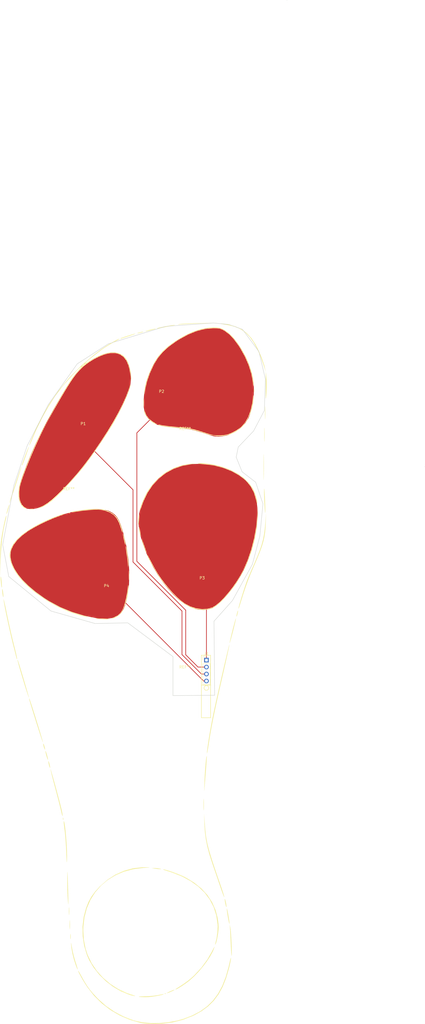
<source format=kicad_pcb>
(kicad_pcb (version 4) (host pcbnew 4.0.6)

  (general
    (links 4)
    (no_connects 0)
    (area 118.374999 165.624999 140.095001 165.775001)
    (thickness 1.6)
    (drawings 53)
    (tracks 18)
    (zones 0)
    (modules 13)
    (nets 5)
  )

  (page A4)
  (layers
    (0 F.Cu signal)
    (31 B.Cu signal)
    (32 B.Adhes user)
    (33 F.Adhes user)
    (34 B.Paste user)
    (35 F.Paste user)
    (36 B.SilkS user)
    (37 F.SilkS user)
    (38 B.Mask user)
    (39 F.Mask user)
    (40 Dwgs.User user)
    (41 Cmts.User user)
    (42 Eco1.User user)
    (43 Eco2.User user)
    (44 Edge.Cuts user)
    (45 Margin user)
    (46 B.CrtYd user)
    (47 F.CrtYd user)
    (48 B.Fab user)
    (49 F.Fab user)
  )

  (setup
    (last_trace_width 0.25)
    (trace_clearance 0.2)
    (zone_clearance 0.508)
    (zone_45_only no)
    (trace_min 0.2)
    (segment_width 0.2)
    (edge_width 0.15)
    (via_size 0.6)
    (via_drill 0.4)
    (via_min_size 0.4)
    (via_min_drill 0.3)
    (uvia_size 0.3)
    (uvia_drill 0.1)
    (uvias_allowed no)
    (uvia_min_size 0.2)
    (uvia_min_drill 0.1)
    (pcb_text_width 0.3)
    (pcb_text_size 1.5 1.5)
    (mod_edge_width 0.15)
    (mod_text_size 1 1)
    (mod_text_width 0.15)
    (pad_size 1.524 1.524)
    (pad_drill 0.762)
    (pad_to_mask_clearance 0.2)
    (aux_axis_origin 0 0)
    (visible_elements 7FFFFFFF)
    (pcbplotparams
      (layerselection 0x010f0_80000001)
      (usegerberextensions false)
      (excludeedgelayer true)
      (linewidth 0.100000)
      (plotframeref false)
      (viasonmask false)
      (mode 1)
      (useauxorigin false)
      (hpglpennumber 1)
      (hpglpenspeed 20)
      (hpglpendiameter 15)
      (hpglpenoverlay 2)
      (psnegative false)
      (psa4output false)
      (plotreference true)
      (plotvalue true)
      (plotinvisibletext false)
      (padsonsilk true)
      (subtractmaskfromsilk false)
      (outputformat 1)
      (mirror false)
      (drillshape 0)
      (scaleselection 1)
      (outputdirectory C:/Users/smerrett79/SkyDrive/Documents/Remap/BIRU/sonassist/))
  )

  (net 0 "")
  (net 1 "Net-(J1-Pad1)")
  (net 2 "Net-(J1-Pad2)")
  (net 3 "Net-(J1-Pad3)")
  (net 4 "Net-(J1-Pad4)")

  (net_class Default "This is the default net class."
    (clearance 0.2)
    (trace_width 0.25)
    (via_dia 0.6)
    (via_drill 0.4)
    (uvia_dia 0.3)
    (uvia_drill 0.1)
    (add_net "Net-(J1-Pad1)")
    (add_net "Net-(J1-Pad2)")
    (add_net "Net-(J1-Pad3)")
    (add_net "Net-(J1-Pad4)")
  )

  (module BIRU:outlinesL (layer F.Cu) (tedit 0) (tstamp 596FE993)
    (at 104.91 159.5)
    (fp_text reference Left** (at 0 0) (layer F.SilkS) hide
      (effects (font (thickness 0.3)))
    )
    (fp_text value Left (at 0.75 0) (layer F.SilkS) hide
      (effects (font (thickness 0.3)))
    )
    (fp_poly (pts (xy 35.808556 104.044634) (xy 35.751879 104.58091) (xy 35.58378 105.499204) (xy 35.331147 106.664997)
      (xy 35.059748 107.790816) (xy 34.000405 111.39272) (xy 32.742342 114.532499) (xy 31.249479 117.257429)
      (xy 29.485738 119.61479) (xy 27.415038 121.651856) (xy 25.001302 123.415907) (xy 22.208451 124.954219)
      (xy 21.822299 125.136992) (xy 18.205093 126.551959) (xy 14.42735 127.49486) (xy 10.436452 127.976607)
      (xy 7.785504 128.048218) (xy 6.298378 128.008836) (xy 4.82138 127.918069) (xy 3.536092 127.789923)
      (xy 2.701655 127.656028) (xy -1.1493 126.554254) (xy -4.825306 124.974151) (xy -8.272597 122.952122)
      (xy -11.437405 120.524569) (xy -14.265965 117.727897) (xy -16.704509 114.598507) (xy -16.805313 114.448798)
      (xy -17.620166 113.189129) (xy -18.395462 111.916295) (xy -19.078305 110.725275) (xy -19.6158 109.711044)
      (xy -19.955051 108.968582) (xy -20.048164 108.626045) (xy -19.930803 108.751481) (xy -19.619071 109.259017)
      (xy -19.167314 110.057382) (xy -18.864673 110.613768) (xy -17.795553 112.531963) (xy -16.797125 114.134085)
      (xy -15.756349 115.573012) (xy -14.560186 117.001622) (xy -13.095596 118.572794) (xy -12.614317 119.066937)
      (xy -9.904318 121.474993) (xy -6.810604 123.592859) (xy -3.430958 125.362945) (xy 0.136838 126.727662)
      (xy 0.668421 126.889787) (xy 3.401913 127.483376) (xy 6.444019 127.770039) (xy 9.668988 127.754733)
      (xy 12.95107 127.442415) (xy 16.164517 126.838043) (xy 18.479858 126.187621) (xy 21.732301 124.939706)
      (xy 24.590598 123.43457) (xy 27.081487 121.639641) (xy 29.231707 119.522348) (xy 31.067996 117.050118)
      (xy 32.617093 114.190379) (xy 33.905736 110.910559) (xy 34.960665 107.178087) (xy 35.289843 105.71035)
      (xy 35.505042 104.765684) (xy 35.677897 104.151505) (xy 35.785211 103.942313) (xy 35.808556 104.044634)) (layer F.SilkS) (width 0.01))
    (fp_poly (pts (xy 11.156619 117.212759) (xy 10.996953 117.329753) (xy 10.424083 117.494226) (xy 9.555013 117.684234)
      (xy 8.506749 117.877831) (xy 7.396298 118.053072) (xy 6.340664 118.188013) (xy 5.614737 118.252171)
      (xy 4.433202 118.283793) (xy 3.227204 118.250863) (xy 2.54 118.192387) (xy 2.115004 118.119565)
      (xy 2.16383 118.06454) (xy 2.704517 118.025245) (xy 3.755103 117.999613) (xy 4.277895 117.993166)
      (xy 5.913469 117.933001) (xy 7.497832 117.797773) (xy 8.825969 117.606813) (xy 9.196664 117.529376)
      (xy 10.120052 117.331471) (xy 10.818359 117.216858) (xy 11.150305 117.208358) (xy 11.156619 117.212759)) (layer F.SilkS) (width 0.01))
    (fp_poly (pts (xy 5.548131 70.912518) (xy 6.003412 70.932714) (xy 6.019032 70.961533) (xy 5.569231 71.005333)
      (xy 4.62825 71.070473) (xy 3.734827 71.127663) (xy 0.066371 71.597577) (xy -3.340057 72.510008)
      (xy -6.459403 73.838953) (xy -9.266614 75.558406) (xy -11.736636 77.642364) (xy -13.844416 80.064822)
      (xy -15.564899 82.799777) (xy -16.873033 85.821224) (xy -17.743763 89.103159) (xy -18.152037 92.619577)
      (xy -18.181052 93.875067) (xy -17.98747 97.253278) (xy -17.391216 100.385648) (xy -16.584165 102.866051)
      (xy -15.138822 105.877003) (xy -13.239974 108.682836) (xy -10.947163 111.229183) (xy -8.319932 113.461677)
      (xy -5.417823 115.325951) (xy -2.300378 116.767638) (xy -0.802105 117.276452) (xy 0.056224 117.553136)
      (xy 0.594239 117.763206) (xy 0.729004 117.872577) (xy 0.668421 117.880769) (xy 0.124574 117.801307)
      (xy -0.708531 117.596797) (xy -1.344445 117.407621) (xy -4.329993 116.194286) (xy -7.19679 114.533337)
      (xy -9.871546 112.493105) (xy -12.280973 110.141921) (xy -14.351783 107.548114) (xy -16.010687 104.780015)
      (xy -16.80546 102.992603) (xy -17.830758 99.613646) (xy -18.37578 96.104794) (xy -18.43882 92.554217)
      (xy -18.01817 89.050085) (xy -17.138965 85.757439) (xy -16.256946 83.549945) (xy -15.209076 81.62338)
      (xy -13.891074 79.815058) (xy -12.198656 77.962293) (xy -12.040884 77.80421) (xy -9.314416 75.436934)
      (xy -6.381874 73.555061) (xy -3.263208 72.166835) (xy 0.021631 71.280502) (xy 3.452695 70.904305)
      (xy 4.678948 70.894584) (xy 5.548131 70.912518)) (layer F.SilkS) (width 0.01))
    (fp_poly (pts (xy 11.942456 116.929123) (xy 11.905755 117.088073) (xy 11.764211 117.107368) (xy 11.544136 117.009542)
      (xy 11.585965 116.929123) (xy 11.903269 116.897124) (xy 11.942456 116.929123)) (layer F.SilkS) (width 0.01))
    (fp_poly (pts (xy 14.994333 115.741766) (xy 14.494689 116.004661) (xy 13.818675 116.314364) (xy 13.128029 116.599286)
      (xy 12.584491 116.787836) (xy 12.383067 116.824598) (xy 12.484592 116.71862) (xy 12.966934 116.458228)
      (xy 13.610363 116.153031) (xy 14.394021 115.81969) (xy 14.958253 115.621855) (xy 15.155868 115.597271)
      (xy 14.994333 115.741766)) (layer F.SilkS) (width 0.01))
    (fp_poly (pts (xy 29.796752 99.995789) (xy 29.200284 101.536624) (xy 28.244825 103.302599) (xy 27.001499 105.201139)
      (xy 25.541433 107.139668) (xy 23.93575 109.025609) (xy 22.255577 110.766389) (xy 20.572037 112.269429)
      (xy 20.052632 112.67867) (xy 19.108478 113.366197) (xy 18.094634 114.05548) (xy 17.121002 114.677653)
      (xy 16.297484 115.163847) (xy 15.733984 115.445198) (xy 15.570194 115.487434) (xy 15.601498 115.36011)
      (xy 15.877508 115.153224) (xy 17.613481 114.039318) (xy 18.991679 113.110908) (xy 20.119047 112.288965)
      (xy 21.102534 111.494456) (xy 22.049088 110.648353) (xy 22.324496 110.38913) (xy 24.940881 107.590873)
      (xy 27.183742 104.543621) (xy 28.76231 101.783533) (xy 29.240955 100.84692) (xy 29.595819 100.201726)
      (xy 29.78804 99.915115) (xy 29.796752 99.995789)) (layer F.SilkS) (width 0.01))
    (fp_poly (pts (xy -22.583541 98.640744) (xy -22.466091 99.293045) (xy -22.306633 100.263158) (xy -22.022575 101.70717)
      (xy -21.619611 103.366323) (xy -21.168971 104.955966) (xy -21.001968 105.476842) (xy -20.597167 106.726229)
      (xy -20.333989 107.616064) (xy -20.215779 108.117345) (xy -20.245882 108.201071) (xy -20.427643 107.838238)
      (xy -20.764405 106.999845) (xy -20.853384 106.765291) (xy -21.559507 104.636989) (xy -22.122169 102.437693)
      (xy -22.490269 100.381875) (xy -22.58314 99.505114) (xy -22.633629 98.769906) (xy -22.636575 98.474073)
      (xy -22.583541 98.640744)) (layer F.SilkS) (width 0.01))
    (fp_poly (pts (xy 35.574093 92.910526) (xy 35.658728 93.466219) (xy 35.746943 94.389967) (xy 35.834289 95.583177)
      (xy 35.916317 96.947255) (xy 35.988578 98.383609) (xy 36.046624 99.793645) (xy 36.086006 101.078771)
      (xy 36.102275 102.140393) (xy 36.090982 102.879918) (xy 36.04768 103.198753) (xy 36.038567 103.20421)
      (xy 35.985239 102.951333) (xy 35.920532 102.250115) (xy 35.850268 101.186674) (xy 35.780271 99.847128)
      (xy 35.726731 98.592105) (xy 35.660547 96.989778) (xy 35.591009 95.496843) (xy 35.524053 94.228132)
      (xy 35.46562 93.298482) (xy 35.43292 92.910526) (xy 35.31726 91.841052) (xy 35.574093 92.910526)) (layer F.SilkS) (width 0.01))
    (fp_poly (pts (xy 11.664925 71.759904) (xy 12.639596 72.025996) (xy 13.869097 72.42493) (xy 15.236583 72.91439)
      (xy 16.625208 73.452063) (xy 17.918129 73.995634) (xy 18.998501 74.502789) (xy 19.250526 74.634401)
      (xy 22.381177 76.55661) (xy 25.0271 78.694164) (xy 27.198349 81.059582) (xy 28.904973 83.665383)
      (xy 30.157024 86.524086) (xy 30.856543 89.089806) (xy 31.072574 90.362387) (xy 31.225742 91.697423)
      (xy 31.282105 92.776842) (xy 31.227948 93.810798) (xy 31.08352 95.04255) (xy 30.875886 96.322703)
      (xy 30.632111 97.501859) (xy 30.379261 98.430622) (xy 30.168042 98.926316) (xy 29.986296 99.162131)
      (xy 30.031823 98.920194) (xy 30.050905 98.858076) (xy 30.549064 96.817799) (xy 30.861367 94.604015)
      (xy 30.955298 92.482624) (xy 30.924247 91.716768) (xy 30.44457 88.470444) (xy 29.488242 85.459343)
      (xy 28.062584 82.691281) (xy 26.174918 80.174073) (xy 23.832567 77.915535) (xy 21.04285 75.923482)
      (xy 17.813091 74.20573) (xy 14.15061 72.770095) (xy 12.768534 72.335917) (xy 11.848134 72.047085)
      (xy 11.232425 71.820338) (xy 11.005937 71.688711) (xy 11.061928 71.668967) (xy 11.664925 71.759904)) (layer F.SilkS) (width 0.01))
    (fp_poly (pts (xy -22.800711 95.382076) (xy -22.799914 95.388472) (xy -22.756251 96.260403) (xy -22.802642 96.992683)
      (xy -22.858355 97.140367) (xy -22.897254 96.822244) (xy -22.910835 96.118947) (xy -22.894766 95.432806)
      (xy -22.85522 95.168497) (xy -22.800711 95.382076)) (layer F.SilkS) (width 0.01))
    (fp_poly (pts (xy -23.063626 90.580015) (xy -23.024376 91.706531) (xy -23.04206 92.870566) (xy -23.064892 93.253699)
      (xy -23.1048 93.533681) (xy -23.136873 93.330442) (xy -23.157521 92.695481) (xy -23.163401 91.841052)
      (xy -23.154669 90.892339) (xy -23.131932 90.348001) (xy -23.098766 90.253237) (xy -23.063626 90.580015)) (layer F.SilkS) (width 0.01))
    (fp_poly (pts (xy 34.37641 86.135828) (xy 34.527567 86.75802) (xy 34.718176 87.703487) (xy 34.886232 88.637979)
      (xy 35.072987 89.798969) (xy 35.202972 90.750608) (xy 35.262089 91.379109) (xy 35.249766 91.571988)
      (xy 35.159975 91.376466) (xy 35.008677 90.755074) (xy 34.81855 89.810007) (xy 34.650948 88.873263)
      (xy 34.465123 87.711914) (xy 34.335395 86.760285) (xy 34.275841 86.132005) (xy 34.287413 85.939254)
      (xy 34.37641 86.135828)) (layer F.SilkS) (width 0.01))
    (fp_poly (pts (xy -23.332652 85.758421) (xy -23.290576 86.823181) (xy -23.323438 87.918607) (xy -23.332652 88.031052)
      (xy -23.37675 88.297502) (xy -23.411311 88.081649) (xy -23.431614 87.435903) (xy -23.434999 86.894737)
      (xy -23.424949 86.02711) (xy -23.397948 85.559459) (xy -23.358715 85.544197) (xy -23.332652 85.758421)) (layer F.SilkS) (width 0.01))
    (fp_poly (pts (xy 33.638947 82.593259) (xy 33.80534 83.16196) (xy 33.95579 83.82) (xy 34.106276 84.654774)
      (xy 34.171427 85.252959) (xy 34.151022 85.451785) (xy 34.04062 85.280184) (xy 33.875138 84.713947)
      (xy 33.726617 84.049173) (xy 33.579657 83.213073) (xy 33.513908 82.61557) (xy 33.531384 82.417387)
      (xy 33.638947 82.593259)) (layer F.SilkS) (width 0.01))
    (fp_poly (pts (xy -23.946187 72.701641) (xy -23.914025 73.2875) (xy -23.872913 74.352587) (xy -23.82107 75.916688)
      (xy -23.770938 77.531888) (xy -23.71742 79.381819) (xy -23.674854 81.046724) (xy -23.644621 82.4547)
      (xy -23.628102 83.533842) (xy -23.62668 84.212246) (xy -23.638574 84.420329) (xy -23.684372 84.203652)
      (xy -23.750026 83.558558) (xy -23.826036 82.59056) (xy -23.888616 81.643164) (xy -23.951083 80.27418)
      (xy -23.996923 78.573729) (xy -24.022234 76.744928) (xy -24.023113 74.990893) (xy -24.020979 74.754723)
      (xy -24.006797 73.62155) (xy -23.990792 72.888453) (xy -23.971183 72.575221) (xy -23.946187 72.701641)) (layer F.SilkS) (width 0.01))
    (fp_poly (pts (xy 26.214101 54.810526) (xy 26.341158 56.432679) (xy 26.477696 57.894811) (xy 26.638613 59.254744)
      (xy 26.838808 60.570299) (xy 27.093181 61.899297) (xy 27.416629 63.299559) (xy 27.824051 64.828906)
      (xy 28.330347 66.54516) (xy 28.950415 68.506143) (xy 29.699155 70.769675) (xy 30.591464 73.393577)
      (xy 31.642242 76.435672) (xy 32.199128 78.037977) (xy 32.640946 79.337414) (xy 33.002377 80.457827)
      (xy 33.253648 81.302332) (xy 33.364985 81.774046) (xy 33.365411 81.833067) (xy 33.257342 81.674508)
      (xy 33.012316 81.090953) (xy 32.662161 80.164807) (xy 32.238708 78.978476) (xy 32.035859 78.390879)
      (xy 31.526446 76.902332) (xy 30.900659 75.076482) (xy 30.216231 73.081622) (xy 29.530898 71.086045)
      (xy 29.032673 69.636745) (xy 27.988829 66.405078) (xy 27.200932 63.483951) (xy 26.640604 60.731024)
      (xy 26.279463 58.003956) (xy 26.089131 55.160408) (xy 26.076616 54.810526) (xy 25.966985 51.468421)
      (xy 26.214101 54.810526)) (layer F.SilkS) (width 0.01))
    (fp_poly (pts (xy 8.819057 71.239702) (xy 9.678193 71.368077) (xy 9.758948 71.387368) (xy 10.253849 71.525227)
      (xy 10.25021 71.578606) (xy 9.892632 71.582946) (xy 9.207072 71.536108) (xy 8.307483 71.429472)
      (xy 8.021053 71.387368) (xy 6.817895 71.200314) (xy 7.887369 71.19179) (xy 8.819057 71.239702)) (layer F.SilkS) (width 0.01))
    (fp_poly (pts (xy -25.18824 54.239876) (xy -25.044279 54.834021) (xy -24.890048 55.805831) (xy -24.732484 57.077042)
      (xy -24.578527 58.569391) (xy -24.435114 60.204613) (xy -24.309183 61.904446) (xy -24.207674 63.590627)
      (xy -24.137525 65.18489) (xy -24.105673 66.608974) (xy -24.114386 67.64421) (xy -24.144326 68.528521)
      (xy -24.173174 69.021506) (xy -24.203892 69.097982) (xy -24.239442 68.732766) (xy -24.282787 67.900674)
      (xy -24.33689 66.576523) (xy -24.381722 65.371579) (xy -24.468024 63.50567) (xy -24.589356 61.570544)
      (xy -24.733384 59.728676) (xy -24.887777 58.142538) (xy -24.997914 57.253735) (xy -25.159081 56.043295)
      (xy -25.272343 55.040982) (xy -25.326666 54.356494) (xy -25.314991 54.101658) (xy -25.18824 54.239876)) (layer F.SilkS) (width 0.01))
    (fp_poly (pts (xy -25.490295 52.872105) (xy -25.454982 53.419501) (xy -25.490295 53.540526) (xy -25.587883 53.574114)
      (xy -25.625152 53.206316) (xy -25.583135 52.826751) (xy -25.490295 52.872105)) (layer F.SilkS) (width 0.01))
    (fp_poly (pts (xy -30.050814 35.351861) (xy -29.843795 36.011188) (xy -29.543031 37.036697) (xy -29.169156 38.352775)
      (xy -28.742803 39.883805) (xy -28.284605 41.554174) (xy -27.815196 43.288266) (xy -27.355209 45.010467)
      (xy -26.925277 46.645162) (xy -26.546034 48.116735) (xy -26.238112 49.349574) (xy -26.061401 50.093823)
      (xy -25.864857 51.044853) (xy -25.747164 51.799354) (xy -25.732839 52.198972) (xy -25.734581 52.204797)
      (xy -25.827059 52.095246) (xy -25.993892 51.563687) (xy -26.204764 50.712505) (xy -26.288531 50.334023)
      (xy -26.490941 49.460814) (xy -26.808697 48.174925) (xy -27.215386 46.579278) (xy -27.684591 44.776797)
      (xy -28.189896 42.870403) (xy -28.500833 41.714272) (xy -28.975143 39.94153) (xy -29.392119 38.34556)
      (xy -29.734183 36.996783) (xy -29.983753 35.965621) (xy -30.123251 35.322493) (xy -30.143455 35.134332)
      (xy -30.050814 35.351861)) (layer F.SilkS) (width 0.01))
    (fp_poly (pts (xy 25.85128 46.092398) (xy 25.865889 46.332698) (xy 25.901794 47.609541) (xy 25.895248 48.981365)
      (xy 25.865039 49.808488) (xy 25.831503 50.170181) (xy 25.803314 50.041729) (xy 25.782773 49.467715)
      (xy 25.772184 48.492721) (xy 25.771252 47.992631) (xy 25.777638 46.881895) (xy 25.794633 46.168138)
      (xy 25.819944 45.891569) (xy 25.85128 46.092398)) (layer F.SilkS) (width 0.01))
    (fp_poly (pts (xy 26.95074 30.612264) (xy 26.924491 31.352552) (xy 26.861771 32.460992) (xy 26.767332 33.855279)
      (xy 26.645928 35.453112) (xy 26.622875 35.739985) (xy 26.482803 37.491242) (xy 26.351541 39.172781)
      (xy 26.237876 40.668948) (xy 26.150593 41.864089) (xy 26.098478 42.642552) (xy 26.098317 42.645263)
      (xy 26.070613 42.977217) (xy 26.057791 42.821603) (xy 26.060019 42.225388) (xy 26.077465 41.235536)
      (xy 26.091157 40.64) (xy 26.138948 39.257515) (xy 26.215045 37.733215) (xy 26.312382 36.153402)
      (xy 26.423897 34.604375) (xy 26.542523 33.172435) (xy 26.661196 31.943882) (xy 26.772852 31.005017)
      (xy 26.870426 30.44214) (xy 26.935764 30.32243) (xy 26.95074 30.612264)) (layer F.SilkS) (width 0.01))
    (fp_poly (pts (xy -30.805277 32.340655) (xy -30.617461 32.886441) (xy -30.502281 33.309649) (xy -30.340226 34.058101)
      (xy -30.280853 34.560614) (xy -30.299957 34.666975) (xy -30.422091 34.50145) (xy -30.609907 33.955664)
      (xy -30.725088 33.532456) (xy -30.887142 32.784004) (xy -30.946515 32.281491) (xy -30.927411 32.17513)
      (xy -30.805277 32.340655)) (layer F.SilkS) (width 0.01))
    (fp_poly (pts (xy -31.878346 28.61112) (xy -31.669294 29.180099) (xy -31.4325 29.961973) (xy -31.211344 30.823043)
      (xy -31.087245 31.455488) (xy -31.083862 31.707721) (xy -31.20496 31.531605) (xy -31.413724 30.963469)
      (xy -31.649737 30.17921) (xy -31.869532 29.317539) (xy -31.993721 28.685281) (xy -31.998375 28.433463)
      (xy -31.878346 28.61112)) (layer F.SilkS) (width 0.01))
    (fp_poly (pts (xy 35.188666 -10.04295) (xy 35.044134 -9.300834) (xy 34.801756 -8.14571) (xy 34.473303 -6.631461)
      (xy 34.070546 -4.811973) (xy 33.605254 -2.741129) (xy 33.089198 -0.472815) (xy 32.75597 0.978445)
      (xy 31.838049 4.987129) (xy 31.038303 8.536569) (xy 30.344597 11.686139) (xy 29.744798 14.495212)
      (xy 29.22677 17.023161) (xy 28.778379 19.32936) (xy 28.38749 21.473182) (xy 28.04197 23.513999)
      (xy 27.729683 25.511184) (xy 27.695997 25.736416) (xy 27.482909 27.11559) (xy 27.29673 28.222199)
      (xy 27.150171 28.988638) (xy 27.055945 29.347304) (xy 27.02679 29.295364) (xy 27.064053 28.639269)
      (xy 27.190149 27.54406) (xy 27.391273 26.095416) (xy 27.653618 24.379019) (xy 27.963379 22.480546)
      (xy 28.306747 20.485679) (xy 28.669919 18.480096) (xy 29.039086 16.549478) (xy 29.248553 15.507368)
      (xy 29.542999 14.104354) (xy 29.91042 12.404395) (xy 30.337392 10.465512) (xy 30.810493 8.345723)
      (xy 31.316298 6.103051) (xy 31.841383 3.795515) (xy 32.372326 1.481136) (xy 32.895702 -0.782067)
      (xy 33.398087 -2.936072) (xy 33.866058 -4.922859) (xy 34.286192 -6.684408) (xy 34.645065 -8.162699)
      (xy 34.929252 -9.299711) (xy 35.125331 -10.037424) (xy 35.219877 -10.317817) (xy 35.223582 -10.318173)
      (xy 35.188666 -10.04295)) (layer F.SilkS) (width 0.01))
    (fp_poly (pts (xy -32.680244 25.932502) (xy -32.471136 26.461819) (xy -32.375885 26.761148) (xy -32.197575 27.456409)
      (xy -32.139454 27.901976) (xy -32.156526 27.967754) (xy -32.290282 27.808551) (xy -32.49939 27.279233)
      (xy -32.594641 26.979904) (xy -32.772951 26.284643) (xy -32.831072 25.839076) (xy -32.814 25.773299)
      (xy -32.680244 25.932502)) (layer F.SilkS) (width 0.01))
    (fp_poly (pts (xy -37.895089 9.357895) (xy -37.773124 9.642846) (xy -37.522181 10.35913) (xy -37.165676 11.431544)
      (xy -36.727024 12.784883) (xy -36.229638 14.343944) (xy -35.696934 16.033522) (xy -35.152327 17.778414)
      (xy -34.619229 19.503416) (xy -34.121057 21.133324) (xy -33.681224 22.592933) (xy -33.323145 23.807041)
      (xy -33.070236 24.700443) (xy -32.945909 25.197935) (xy -32.939394 25.274833) (xy -33.042507 25.057279)
      (xy -33.282971 24.390579) (xy -33.640299 23.336499) (xy -34.094004 21.956802) (xy -34.623599 20.313255)
      (xy -35.208596 18.467623) (xy -35.406424 17.837163) (xy -36.136095 15.504757) (xy -36.719964 13.633507)
      (xy -37.17242 12.174391) (xy -37.507851 11.078386) (xy -37.740644 10.296468) (xy -37.885189 9.779616)
      (xy -37.955874 9.478807) (xy -37.967086 9.345017) (xy -37.933214 9.329224) (xy -37.895089 9.357895)) (layer F.SilkS) (width 0.01))
    (fp_poly (pts (xy -42.120135 -4.678948) (xy -41.976845 -4.286536) (xy -41.717131 -3.487103) (xy -41.365234 -2.362113)
      (xy -40.945397 -0.993026) (xy -40.481865 0.538695) (xy -39.998879 2.151588) (xy -39.520683 3.76419)
      (xy -39.07152 5.29504) (xy -38.675633 6.662675) (xy -38.357265 7.785633) (xy -38.140659 8.582452)
      (xy -38.050057 8.97167) (xy -38.050387 8.996352) (xy -38.152915 8.780981) (xy -38.38694 8.121495)
      (xy -38.730231 7.085944) (xy -39.160561 5.742375) (xy -39.655698 4.158838) (xy -40.049032 2.87818)
      (xy -40.741616 0.587009) (xy -41.309723 -1.333477) (xy -41.746623 -2.85872) (xy -42.045587 -3.964167)
      (xy -42.199884 -4.625262) (xy -42.202785 -4.817448) (xy -42.120135 -4.678948)) (layer F.SilkS) (width 0.01))
    (fp_poly (pts (xy -47.246659 -26.820419) (xy -47.100444 -26.244053) (xy -46.878571 -25.27279) (xy -46.595523 -23.971383)
      (xy -46.265781 -22.404585) (xy -46.002208 -21.122105) (xy -45.552908 -18.978207) (xy -45.04519 -16.660458)
      (xy -44.517158 -14.336062) (xy -44.00692 -12.172226) (xy -43.55258 -10.336155) (xy -43.479517 -10.052763)
      (xy -43.09357 -8.533024) (xy -42.771348 -7.197262) (xy -42.531586 -6.128907) (xy -42.39302 -5.411389)
      (xy -42.373728 -5.128728) (xy -42.51114 -5.124779) (xy -42.511579 -5.13593) (xy -42.575144 -5.427583)
      (xy -42.752447 -6.156565) (xy -43.023399 -7.242484) (xy -43.367911 -8.604948) (xy -43.765895 -10.163566)
      (xy -43.842244 -10.461018) (xy -44.23633 -12.044844) (xy -44.663082 -13.845829) (xy -45.106176 -15.786252)
      (xy -45.549288 -17.788394) (xy -45.976096 -19.774536) (xy -46.370276 -21.666957) (xy -46.715504 -23.387939)
      (xy -46.995457 -24.85976) (xy -47.19381 -26.004702) (xy -47.294242 -26.745045) (xy -47.302735 -26.937136)
      (xy -47.246659 -26.820419)) (layer F.SilkS) (width 0.01))
    (fp_poly (pts (xy 37.605156 -19.909731) (xy 37.566767 -19.578109) (xy 37.411704 -18.818447) (xy 37.160187 -17.719622)
      (xy 36.832438 -16.370511) (xy 36.512352 -15.106316) (xy 36.135207 -13.665627) (xy 35.805806 -12.451218)
      (xy 35.545417 -11.537913) (xy 35.375309 -11.000537) (xy 35.316935 -10.90076) (xy 35.367091 -11.271319)
      (xy 35.522526 -12.018905) (xy 35.758568 -13.046381) (xy 36.050544 -14.256606) (xy 36.373781 -15.552444)
      (xy 36.703607 -16.836755) (xy 37.015349 -18.012401) (xy 37.284335 -18.982244) (xy 37.485892 -19.649145)
      (xy 37.595348 -19.915966) (xy 37.605156 -19.909731)) (layer F.SilkS) (width 0.01))
    (fp_poly (pts (xy -11.588205 -19.843364) (xy -11.496842 -19.839648) (xy -10.272967 -19.781392) (xy -9.259909 -19.718855)
      (xy -8.568283 -19.659831) (xy -8.310702 -19.615111) (xy -8.475129 -19.561233) (xy -9.045056 -19.538398)
      (xy -9.89239 -19.542696) (xy -10.889038 -19.570219) (xy -11.906906 -19.617056) (xy -12.817902 -19.6793)
      (xy -13.493932 -19.75304) (xy -13.635789 -19.777628) (xy -13.758855 -19.840213) (xy -13.414325 -19.873315)
      (xy -12.668631 -19.875008) (xy -11.588205 -19.843364)) (layer F.SilkS) (width 0.01))
    (fp_poly (pts (xy -1.655554 -31.952362) (xy -1.638898 -31.645852) (xy -1.70025 -30.231015) (xy -1.938538 -28.586656)
      (xy -2.317085 -26.847254) (xy -2.799216 -25.147286) (xy -3.348254 -23.621231) (xy -3.927524 -22.403567)
      (xy -4.317902 -21.822838) (xy -5.090588 -21.079795) (xy -6.04454 -20.425144) (xy -6.999711 -19.964697)
      (xy -7.753684 -19.803641) (xy -7.759489 -19.890407) (xy -7.355467 -20.107492) (xy -6.847645 -20.320746)
      (xy -5.485017 -21.004804) (xy -4.500351 -21.896721) (xy -3.755298 -23.104911) (xy -3.356193 -24.127433)
      (xy -2.938197 -25.530896) (xy -2.537706 -27.164367) (xy -2.19112 -28.876917) (xy -1.934835 -30.517615)
      (xy -1.901085 -30.793811) (xy -1.785253 -31.693222) (xy -1.704948 -32.074406) (xy -1.655554 -31.952362)) (layer F.SilkS) (width 0.01))
    (fp_poly (pts (xy -14.905789 -20.229705) (xy -14.872202 -20.132117) (xy -15.24 -20.094848) (xy -15.619564 -20.136865)
      (xy -15.57421 -20.229705) (xy -15.026815 -20.265018) (xy -14.905789 -20.229705)) (layer F.SilkS) (width 0.01))
    (fp_poly (pts (xy -24.723379 -58.119153) (xy -25.028437 -57.968665) (xy -25.719131 -57.703165) (xy -26.734159 -57.348256)
      (xy -26.736842 -57.347349) (xy -28.938419 -56.524311) (xy -31.344332 -55.49094) (xy -33.780948 -54.330549)
      (xy -36.074632 -53.126448) (xy -38.051753 -51.961949) (xy -38.319467 -51.789857) (xy -40.584756 -50.127444)
      (xy -42.393092 -48.39961) (xy -43.72368 -46.632458) (xy -44.555724 -44.852094) (xy -44.82977 -43.617187)
      (xy -44.784448 -41.875405) (xy -44.277752 -39.967774) (xy -43.336885 -37.945772) (xy -41.989056 -35.860878)
      (xy -40.261469 -33.764572) (xy -38.876077 -32.351579) (xy -35.280959 -29.269836) (xy -31.352941 -26.548799)
      (xy -27.171201 -24.23273) (xy -22.81492 -22.365891) (xy -18.715789 -21.08185) (xy -17.644598 -20.793451)
      (xy -16.859324 -20.558404) (xy -16.440344 -20.402547) (xy -16.443158 -20.351333) (xy -16.930682 -20.415084)
      (xy -17.784518 -20.590689) (xy -18.855933 -20.846222) (xy -19.38421 -20.982694) (xy -23.417726 -22.298768)
      (xy -27.467365 -24.101084) (xy -31.457652 -26.349051) (xy -35.313111 -29.002078) (xy -37.431579 -30.68847)
      (xy -39.628732 -32.70801) (xy -41.501031 -34.792222) (xy -43.018319 -36.890388) (xy -44.150442 -38.951789)
      (xy -44.867241 -40.925707) (xy -45.13856 -42.761424) (xy -45.100744 -43.58674) (xy -44.63762 -45.40082)
      (xy -43.677398 -47.184512) (xy -42.213043 -48.944616) (xy -40.237523 -50.687933) (xy -37.743803 -52.421265)
      (xy -34.724851 -54.151414) (xy -33.554737 -54.751527) (xy -31.992722 -55.493029) (xy -30.308729 -56.22719)
      (xy -28.624929 -56.906521) (xy -27.063496 -57.483537) (xy -25.746602 -57.910749) (xy -24.865263 -58.129023)
      (xy -24.723379 -58.119153)) (layer F.SilkS) (width 0.01))
    (fp_poly (pts (xy 38.384256 -22.492875) (xy 38.334001 -22.191579) (xy 38.149874 -21.389874) (xy 37.938219 -20.739425)
      (xy 37.930312 -20.721053) (xy 37.803533 -20.519509) (xy 37.815745 -20.820809) (xy 37.866 -21.122105)
      (xy 38.050127 -21.923811) (xy 38.261781 -22.57426) (xy 38.269688 -22.592632) (xy 38.396468 -22.794175)
      (xy 38.384256 -22.492875)) (layer F.SilkS) (width 0.01))
    (fp_poly (pts (xy 45.593152 -57.350527) (xy 45.281166 -53.118098) (xy 44.535915 -48.813336) (xy 43.391133 -44.53677)
      (xy 41.880553 -40.388931) (xy 40.037906 -36.470349) (xy 37.896925 -32.881554) (xy 36.918921 -31.499542)
      (xy 34.899317 -28.91929) (xy 33.050537 -26.823941) (xy 31.377263 -25.218254) (xy 29.884181 -24.106986)
      (xy 29.340852 -23.803181) (xy 27.443316 -23.148315) (xy 25.359826 -22.965616) (xy 23.1584 -23.256675)
      (xy 21.894072 -23.629091) (xy 20.687906 -24.130475) (xy 19.417474 -24.774186) (xy 18.628094 -25.247497)
      (xy 17.595213 -26.040713) (xy 16.338507 -27.174666) (xy 14.946429 -28.556014) (xy 13.507433 -30.091412)
      (xy 12.10997 -31.687519) (xy 10.842494 -33.25099) (xy 10.102359 -34.244563) (xy 9.471989 -35.179752)
      (xy 8.743085 -36.342119) (xy 7.966086 -37.641447) (xy 7.191429 -38.987519) (xy 6.469554 -40.290119)
      (xy 5.850898 -41.45903) (xy 5.3859 -42.404036) (xy 5.124998 -43.034919) (xy 5.086782 -43.215674)
      (xy 5.203906 -43.07971) (xy 5.52053 -42.546425) (xy 5.99234 -41.694415) (xy 6.575021 -40.602276)
      (xy 6.765139 -40.238948) (xy 7.956765 -38.033244) (xy 9.080933 -36.152446) (xy 10.255111 -34.419712)
      (xy 11.596766 -32.658204) (xy 12.676946 -31.339058) (xy 14.43703 -29.336326) (xy 16.128733 -27.607411)
      (xy 17.685232 -26.216686) (xy 18.983158 -25.263992) (xy 20.983163 -24.230961) (xy 23.087568 -23.561033)
      (xy 25.189991 -23.268167) (xy 27.184049 -23.366323) (xy 28.963363 -23.869458) (xy 29.109643 -23.935226)
      (xy 30.337535 -24.688211) (xy 31.733942 -25.852873) (xy 33.239354 -27.357207) (xy 34.794264 -29.129207)
      (xy 36.339162 -31.096867) (xy 37.814539 -33.188182) (xy 39.160888 -35.331147) (xy 40.318699 -37.453756)
      (xy 40.374136 -37.565263) (xy 41.936171 -41.156187) (xy 43.265372 -45.092123) (xy 44.322297 -49.219541)
      (xy 45.067503 -53.384913) (xy 45.457077 -57.350527) (xy 45.674187 -61.361053) (xy 45.593152 -57.350527)) (layer F.SilkS) (width 0.01))
    (fp_poly (pts (xy 48.506873 -54.740122) (xy 48.412739 -52.890446) (xy 48.254866 -51.215263) (xy 48.009117 -49.627372)
      (xy 47.651354 -48.039569) (xy 47.157442 -46.364653) (xy 46.503244 -44.51542) (xy 45.664622 -42.40467)
      (xy 44.61744 -39.945198) (xy 44.060467 -38.675922) (xy 42.988542 -36.165934) (xy 42.0052 -33.672904)
      (xy 41.061924 -31.062425) (xy 40.110201 -28.200088) (xy 39.101516 -24.951487) (xy 39.075482 -24.865263)
      (xy 38.814378 -24.052637) (xy 38.61865 -23.542666) (xy 38.527675 -23.436825) (xy 38.526062 -23.449359)
      (xy 38.593813 -23.855965) (xy 38.80351 -24.67353) (xy 39.125365 -25.806606) (xy 39.529592 -27.159741)
      (xy 39.986403 -28.637485) (xy 40.466012 -30.144388) (xy 40.938632 -31.585) (xy 41.374476 -32.863871)
      (xy 41.743757 -33.885549) (xy 41.929931 -34.356842) (xy 42.329178 -35.296656) (xy 42.880352 -36.575633)
      (xy 43.518588 -38.044114) (xy 44.179019 -39.552444) (xy 44.36351 -39.971579) (xy 45.458305 -42.525013)
      (xy 46.32534 -44.732619) (xy 46.997017 -46.71575) (xy 47.50574 -48.59576) (xy 47.883912 -50.494002)
      (xy 48.163938 -52.531829) (xy 48.37822 -54.830594) (xy 48.397159 -55.077895) (xy 48.628914 -58.152632)
      (xy 48.506873 -54.740122)) (layer F.SilkS) (width 0.01))
    (fp_poly (pts (xy -47.683808 -30.477784) (xy -47.562358 -29.909017) (xy -47.468178 -29.266559) (xy -47.385841 -28.427425)
      (xy -47.36921 -27.829043) (xy -47.403509 -27.637895) (xy -47.49935 -27.808532) (xy -47.6208 -28.377299)
      (xy -47.71498 -29.019757) (xy -47.797317 -29.858891) (xy -47.813948 -30.457273) (xy -47.779649 -30.648421)
      (xy -47.683808 -30.477784)) (layer F.SilkS) (width 0.01))
    (fp_poly (pts (xy -48.247574 -34.996697) (xy -48.144202 -34.40049) (xy -48.039338 -33.507721) (xy -48.016223 -33.263777)
      (xy -47.943046 -32.276887) (xy -47.917148 -31.516273) (xy -47.942516 -31.120867) (xy -47.954031 -31.097899)
      (xy -48.034629 -31.281891) (xy -48.137974 -31.880065) (xy -48.244575 -32.773538) (xy -48.267864 -33.012136)
      (xy -48.343166 -33.998367) (xy -48.369171 -34.759272) (xy -48.34187 -35.155271) (xy -48.330056 -35.178014)
      (xy -48.247574 -34.996697)) (layer F.SilkS) (width 0.01))
    (fp_poly (pts (xy -1.407095 -36.963684) (xy -1.367509 -35.789653) (xy -1.386355 -34.53551) (xy -1.407095 -34.156316)
      (xy -1.445501 -33.832228) (xy -1.476868 -33.995707) (xy -1.497896 -34.599594) (xy -1.505294 -35.56)
      (xy -1.497427 -36.545535) (xy -1.476025 -37.136342) (xy -1.444388 -37.285263) (xy -1.407095 -36.963684)) (layer F.SilkS) (width 0.01))
    (fp_poly (pts (xy -46.278644 -57.255436) (xy -46.329386 -56.811177) (xy -46.485371 -56.043537) (xy -46.645474 -55.383857)
      (xy -47.351506 -52.119673) (xy -47.882771 -48.443172) (xy -48.243789 -44.317935) (xy -48.391833 -41.308421)
      (xy -48.602671 -35.426316) (xy -48.531246 -41.308421) (xy -48.495624 -43.463307) (xy -48.440237 -45.213538)
      (xy -48.354848 -46.689111) (xy -48.229224 -48.020022) (xy -48.053131 -49.336269) (xy -47.816335 -50.767849)
      (xy -47.762962 -51.067369) (xy -47.456312 -52.705746) (xy -47.154359 -54.197687) (xy -46.87315 -55.476297)
      (xy -46.62873 -56.474677) (xy -46.437146 -57.125932) (xy -46.314445 -57.363165) (xy -46.278644 -57.255436)) (layer F.SilkS) (width 0.01))
    (fp_poly (pts (xy -2.492336 -45.987982) (xy -2.356344 -45.400805) (xy -2.200489 -44.509787) (xy -2.040127 -43.429178)
      (xy -1.890614 -42.273225) (xy -1.767307 -41.156178) (xy -1.685563 -40.192288) (xy -1.660739 -39.495802)
      (xy -1.671846 -39.303158) (xy -1.742889 -38.775827) (xy -1.784279 -38.716923) (xy -1.813845 -39.153194)
      (xy -1.82879 -39.538622) (xy -1.890528 -40.322023) (xy -2.020367 -41.445865) (xy -2.195631 -42.723613)
      (xy -2.294677 -43.371138) (xy -2.460752 -44.500264) (xy -2.570412 -45.417914) (xy -2.611008 -46.00602)
      (xy -2.593107 -46.157069) (xy -2.492336 -45.987982)) (layer F.SilkS) (width 0.01))
    (fp_poly (pts (xy 3.271415 -48.541116) (xy 3.569422 -47.796124) (xy 3.960962 -46.75218) (xy 3.991596 -46.668401)
      (xy 4.403066 -45.513117) (xy 4.724508 -44.556003) (xy 4.922927 -43.899285) (xy 4.967054 -43.646352)
      (xy 4.842295 -43.837075) (xy 4.585691 -44.426365) (xy 4.24185 -45.308004) (xy 4.046112 -45.839197)
      (xy 3.655636 -46.95386) (xy 3.326493 -47.958292) (xy 3.111586 -48.68859) (xy 3.070654 -48.861245)
      (xy 3.095604 -48.918906) (xy 3.271415 -48.541116)) (layer F.SilkS) (width 0.01))
    (fp_poly (pts (xy -3.526383 -50.547385) (xy -3.347855 -49.952972) (xy -3.128208 -49.068623) (xy -3.067701 -48.801773)
      (xy -2.867644 -47.826128) (xy -2.744796 -47.07131) (xy -2.720074 -46.6713) (xy -2.73072 -46.643315)
      (xy -2.837083 -46.826948) (xy -3.01545 -47.418695) (xy -3.232077 -48.302494) (xy -3.292853 -48.576621)
      (xy -3.489348 -49.553712) (xy -3.611869 -50.308247) (xy -3.639625 -50.707053) (xy -3.629834 -50.735079)
      (xy -3.526383 -50.547385)) (layer F.SilkS) (width 0.01))
    (fp_poly (pts (xy 2.331717 -52.911669) (xy 2.491466 -52.182248) (xy 2.548738 -51.876362) (xy 2.72523 -50.804628)
      (xy 2.807788 -50.102402) (xy 2.801515 -49.805406) (xy 2.711514 -49.949363) (xy 2.542886 -50.569995)
      (xy 2.432428 -51.062079) (xy 2.264427 -52.006219) (xy 2.170733 -52.851236) (xy 2.163077 -53.152634)
      (xy 2.214902 -53.25946) (xy 2.331717 -52.911669)) (layer F.SilkS) (width 0.01))
    (fp_poly (pts (xy -11.03895 -59.678407) (xy -9.069576 -59.069776) (xy -7.364136 -58.103081) (xy -5.998829 -56.818958)
      (xy -5.226574 -55.63807) (xy -4.858966 -54.822618) (xy -4.488116 -53.854439) (xy -4.157255 -52.869374)
      (xy -3.909608 -52.003262) (xy -3.788405 -51.391946) (xy -3.808113 -51.180659) (xy -3.931437 -51.35434)
      (xy -4.141533 -51.920265) (xy -4.375547 -52.695611) (xy -5.083046 -54.76649) (xy -5.954709 -56.381759)
      (xy -7.050726 -57.610339) (xy -8.431284 -58.521151) (xy -10.000227 -59.136405) (xy -10.920556 -59.391614)
      (xy -11.748473 -59.541653) (xy -12.652906 -59.600234) (xy -13.802782 -59.581071) (xy -14.837671 -59.529116)
      (xy -16.375449 -59.413637) (xy -18.023586 -59.245314) (xy -19.527415 -59.051837) (xy -20.181065 -58.948177)
      (xy -21.31638 -58.766941) (xy -22.126576 -58.668579) (xy -22.571231 -58.649163) (xy -22.609925 -58.704767)
      (xy -22.202236 -58.831465) (xy -21.307741 -59.025329) (xy -21.197116 -59.046877) (xy -19.598834 -59.313314)
      (xy -17.769131 -59.55157) (xy -15.909651 -59.74044) (xy -14.222039 -59.858716) (xy -13.196058 -59.888333)
      (xy -11.03895 -59.678407)) (layer F.SilkS) (width 0.01))
    (fp_poly (pts (xy 2.270258 -57.840651) (xy 2.25555 -57.194807) (xy 2.211011 -56.414737) (xy 2.121922 -55.226132)
      (xy 2.036506 -54.433522) (xy 1.963096 -54.067275) (xy 1.910026 -54.157759) (xy 1.885629 -54.735343)
      (xy 1.886987 -55.23386) (xy 1.946697 -56.290928) (xy 2.077275 -57.339249) (xy 2.129473 -57.617895)
      (xy 2.228531 -57.977269) (xy 2.270258 -57.840651)) (layer F.SilkS) (width 0.01))
    (fp_poly (pts (xy -45.210696 -61.361053) (xy -45.270178 -60.984035) (xy -45.448527 -60.255501) (xy -45.700608 -59.35579)
      (xy -45.954295 -58.55595) (xy -46.143005 -58.072779) (xy -46.229182 -58.000998) (xy -46.230669 -58.018948)
      (xy -46.174994 -58.404375) (xy -46.018695 -59.04632) (xy -45.804346 -59.805286) (xy -45.574518 -60.54178)
      (xy -45.371784 -61.116305) (xy -45.238717 -61.389367) (xy -45.210696 -61.361053)) (layer F.SilkS) (width 0.01))
    (fp_poly (pts (xy -23.066096 -58.447851) (xy -23.145836 -58.326329) (xy -23.417017 -58.307424) (xy -23.702309 -58.372721)
      (xy -23.578552 -58.468959) (xy -23.160688 -58.500833) (xy -23.066096 -58.447851)) (layer F.SilkS) (width 0.01))
    (fp_poly (pts (xy 47.977712 -67.055402) (xy 48.045292 -66.397571) (xy 48.119933 -65.374054) (xy 48.195275 -64.069195)
      (xy 48.248541 -62.953805) (xy 48.305829 -61.469609) (xy 48.340942 -60.180329) (xy 48.35258 -59.17707)
      (xy 48.339441 -58.550938) (xy 48.313798 -58.384675) (xy 48.259996 -58.592923) (xy 48.192574 -59.251147)
      (xy 48.117893 -60.274959) (xy 48.04232 -61.579973) (xy 47.988812 -62.694075) (xy 47.931149 -64.178149)
      (xy 47.895865 -65.46742) (xy 47.884264 -66.470736) (xy 47.897646 -67.096942) (xy 47.923556 -67.263205)
      (xy 47.977712 -67.055402)) (layer F.SilkS) (width 0.01))
    (fp_poly (pts (xy 21.260416 -76.193887) (xy 17.881021 -75.553314) (xy 14.765408 -74.452873) (xy 11.931746 -72.907688)
      (xy 9.398207 -70.932884) (xy 7.182961 -68.543587) (xy 5.304179 -65.754922) (xy 3.780033 -62.582013)
      (xy 3.280104 -61.227369) (xy 2.923168 -60.219639) (xy 2.637025 -59.490596) (xy 2.456427 -59.123883)
      (xy 2.411156 -59.135884) (xy 2.520733 -59.780016) (xy 2.82598 -60.775589) (xy 3.277845 -61.998592)
      (xy 3.827275 -63.325014) (xy 4.425219 -64.630843) (xy 5.022622 -65.792069) (xy 5.095268 -65.921676)
      (xy 6.279022 -67.71004) (xy 7.779255 -69.52194) (xy 9.466476 -71.22622) (xy 11.211198 -72.691722)
      (xy 12.833684 -73.759762) (xy 15.489732 -75.008105) (xy 18.191666 -75.869822) (xy 20.805877 -76.304028)
      (xy 21.242256 -76.332907) (xy 23.394737 -76.440854) (xy 21.260416 -76.193887)) (layer F.SilkS) (width 0.01))
    (fp_poly (pts (xy -36.15679 -59.8142) (xy -36.009106 -59.758487) (xy -36.327229 -59.719588) (xy -37.030526 -59.706007)
      (xy -37.716667 -59.722077) (xy -37.980976 -59.761622) (xy -37.767397 -59.816131) (xy -37.761001 -59.816928)
      (xy -36.889071 -59.860591) (xy -36.15679 -59.8142)) (layer F.SilkS) (width 0.01))
    (fp_poly (pts (xy -5.044362 -121.792898) (xy -5.528821 -121.487553) (xy -6.310566 -121.045722) (xy -6.817895 -120.773131)
      (xy -8.060321 -120.083222) (xy -9.37672 -119.300337) (xy -10.510062 -118.578057) (xy -10.649975 -118.483349)
      (xy -11.54851 -117.844934) (xy -12.592452 -117.066139) (xy -13.703943 -116.209691) (xy -14.805125 -115.338315)
      (xy -15.818139 -114.514738) (xy -16.665126 -113.801685) (xy -17.268229 -113.261883) (xy -17.549588 -112.958057)
      (xy -17.557196 -112.9186) (xy -17.296461 -113.000727) (xy -16.699565 -113.320273) (xy -15.874769 -113.81728)
      (xy -15.477189 -114.070502) (xy -13.118555 -115.419558) (xy -10.874283 -116.355152) (xy -8.779337 -116.875651)
      (xy -6.868684 -116.97942) (xy -5.177289 -116.664827) (xy -3.740116 -115.930238) (xy -2.592132 -114.77402)
      (xy -2.522426 -114.675694) (xy -1.760973 -113.2389) (xy -1.168345 -111.427093) (xy -0.784667 -109.384276)
      (xy -0.667058 -108.016842) (xy -0.563322 -105.744211) (xy -0.801744 -107.987495) (xy -0.997719 -109.359586)
      (xy -1.285741 -110.830337) (xy -1.604702 -112.089115) (xy -1.615957 -112.126444) (xy -2.386864 -113.940482)
      (xy -3.456231 -115.319683) (xy -4.806419 -116.251806) (xy -6.419789 -116.724612) (xy -8.249197 -116.729374)
      (xy -10.119595 -116.320597) (xy -12.177152 -115.548004) (xy -14.2964 -114.481606) (xy -16.351869 -113.191413)
      (xy -18.218089 -111.747437) (xy -19.625778 -110.381316) (xy -20.271841 -109.646047) (xy -20.906962 -108.871714)
      (xy -21.557771 -108.016196) (xy -22.2509 -107.037371) (xy -23.012981 -105.893117) (xy -23.870644 -104.541311)
      (xy -24.850521 -102.939833) (xy -25.979243 -101.046559) (xy -27.283442 -98.819369) (xy -28.789748 -96.21614)
      (xy -30.524794 -93.19475) (xy -30.840603 -92.643158) (xy -31.761168 -90.955888) (xy -32.780535 -88.950793)
      (xy -33.8669 -86.702217) (xy -34.988458 -84.2845) (xy -36.113406 -81.771987) (xy -37.209938 -79.239018)
      (xy -38.246249 -76.759937) (xy -39.190536 -74.409084) (xy -40.010994 -72.260804) (xy -40.675818 -70.389438)
      (xy -41.153203 -68.869328) (xy -41.357536 -68.060112) (xy -41.625669 -66.098321) (xy -41.589006 -64.290628)
      (xy -41.265582 -62.714458) (xy -40.673436 -61.447235) (xy -39.830603 -60.566386) (xy -39.575842 -60.411903)
      (xy -39.05371 -60.105371) (xy -38.865191 -59.929413) (xy -38.902105 -59.913048) (xy -39.309592 -60.030443)
      (xy -39.903266 -60.310052) (xy -40.723143 -61.041793) (xy -41.341996 -62.183512) (xy -41.739064 -63.641752)
      (xy -41.893587 -65.323053) (xy -41.784802 -67.133957) (xy -41.624904 -68.060112) (xy -41.328973 -69.16583)
      (xy -40.834117 -70.675861) (xy -40.171944 -72.512024) (xy -39.374058 -74.596136) (xy -38.472065 -76.850017)
      (xy -37.49757 -79.195486) (xy -36.482179 -81.554362) (xy -35.457496 -83.848463) (xy -34.455127 -85.999608)
      (xy -33.956812 -87.028421) (xy -33.100246 -88.719458) (xy -32.05409 -90.703241) (xy -30.866275 -92.895489)
      (xy -29.584733 -95.211923) (xy -28.257393 -97.568264) (xy -26.932187 -99.880232) (xy -25.657045 -102.063548)
      (xy -24.479897 -104.033931) (xy -23.448676 -105.707102) (xy -22.611311 -106.998782) (xy -22.53821 -107.106466)
      (xy -21.745213 -108.191073) (xy -20.801475 -109.373086) (xy -20.043974 -110.248045) (xy -19.427608 -110.957628)
      (xy -19.027636 -111.488596) (xy -18.911992 -111.748311) (xy -18.935231 -111.76) (xy -18.664983 -111.76)
      (xy -18.407115 -111.935707) (xy -18.047368 -112.294737) (xy -17.738599 -112.682053) (xy -17.697122 -112.829474)
      (xy -17.95499 -112.653767) (xy -18.314737 -112.294737) (xy -18.623506 -111.907421) (xy -18.664983 -111.76)
      (xy -18.935231 -111.76) (xy -19.215332 -111.569956) (xy -19.781508 -111.046164) (xy -20.568659 -110.258131)
      (xy -21.51168 -109.275369) (xy -22.545471 -108.167384) (xy -23.604927 -107.003688) (xy -24.624947 -105.853788)
      (xy -25.540427 -104.787193) (xy -26.085397 -104.125879) (xy -28.478623 -100.90309) (xy -30.826767 -97.256742)
      (xy -33.066046 -93.297682) (xy -35.132673 -89.136762) (xy -36.497369 -86.031352) (xy -36.993432 -84.861234)
      (xy -37.418434 -83.905402) (xy -37.731149 -83.253217) (xy -37.890352 -82.994041) (xy -37.898362 -82.994503)
      (xy -37.852303 -83.286354) (xy -37.608766 -83.980405) (xy -37.202472 -84.997167) (xy -36.668142 -86.257147)
      (xy -36.040499 -87.680855) (xy -35.354262 -89.1888) (xy -34.644154 -90.701491) (xy -33.944895 -92.139436)
      (xy -33.629802 -92.766968) (xy -30.685937 -97.972074) (xy -27.287456 -102.896404) (xy -23.433985 -107.540397)
      (xy -19.125146 -111.904488) (xy -14.360564 -115.989115) (xy -12.226262 -117.619348) (xy -11.092907 -118.42023)
      (xy -9.835139 -119.250231) (xy -8.546538 -120.054226) (xy -7.320683 -120.777091) (xy -6.251153 -121.363701)
      (xy -5.431527 -121.758933) (xy -4.955385 -121.90766) (xy -4.946316 -121.907727) (xy -5.044362 -121.792898)) (layer F.SilkS) (width 0.01))
    (fp_poly (pts (xy -0.910968 -105.000756) (xy -0.953257 -104.674737) (xy -1.188508 -103.726368) (xy -1.655917 -102.399364)
      (xy -2.316991 -100.776276) (xy -3.133236 -98.939652) (xy -4.066159 -96.972044) (xy -5.077266 -94.956)
      (xy -6.128063 -92.97407) (xy -7.180057 -91.108805) (xy -7.639191 -90.336747) (xy -8.696537 -88.640539)
      (xy -9.979038 -86.661054) (xy -11.41037 -84.509809) (xy -12.914208 -82.298321) (xy -14.414227 -80.138108)
      (xy -15.834103 -78.140686) (xy -17.097512 -76.417572) (xy -17.772137 -75.531579) (xy -18.970672 -74.043645)
      (xy -20.380433 -72.382363) (xy -21.927909 -70.62673) (xy -23.53959 -68.855744) (xy -25.141967 -67.148404)
      (xy -26.661528 -65.583709) (xy -28.024764 -64.240655) (xy -29.158164 -63.198242) (xy -29.576433 -62.84602)
      (xy -31.503293 -61.437722) (xy -33.217445 -60.494552) (xy -34.62421 -60.038298) (xy -34.909815 -60.015304)
      (xy -34.702228 -60.140642) (xy -34.223158 -60.328271) (xy -32.796683 -60.979707) (xy -31.270578 -61.938059)
      (xy -29.595515 -63.24106) (xy -27.722164 -64.926445) (xy -26.020846 -66.602579) (xy -23.741458 -68.967394)
      (xy -21.674753 -71.223172) (xy -19.745226 -73.464217) (xy -17.877373 -75.78483) (xy -15.99569 -78.279311)
      (xy -14.024673 -81.041964) (xy -11.888819 -84.167089) (xy -11.53442 -84.69557) (xy -9.264096 -88.203946)
      (xy -7.19128 -91.639348) (xy -5.347587 -94.941787) (xy -3.764633 -98.051276) (xy -2.474032 -100.907827)
      (xy -1.5074 -103.451453) (xy -1.286697 -104.14) (xy -1.040063 -104.915256) (xy -0.919193 -105.195162)
      (xy -0.910968 -105.000756)) (layer F.SilkS) (width 0.01))
    (fp_poly (pts (xy 25.330481 -76.525607) (xy 26.449522 -76.429727) (xy 27.677044 -76.28725) (xy 28.90803 -76.106798)
      (xy 29.811579 -75.943526) (xy 32.908694 -75.143408) (xy 35.768396 -74.045226) (xy 38.336551 -72.683651)
      (xy 40.559023 -71.093351) (xy 42.381678 -69.308994) (xy 43.750382 -67.36525) (xy 44.023241 -66.842105)
      (xy 44.500002 -65.734194) (xy 44.917449 -64.539098) (xy 45.237017 -63.396737) (xy 45.420141 -62.447032)
      (xy 45.428257 -61.829901) (xy 45.416456 -61.787262) (xy 45.320895 -61.865308) (xy 45.167311 -62.365284)
      (xy 44.987351 -63.181953) (xy 44.970317 -63.270691) (xy 44.229257 -65.774563) (xy 43.013943 -68.066667)
      (xy 41.361484 -70.091609) (xy 39.308987 -71.793994) (xy 39.22095 -71.853354) (xy 36.186181 -73.57539)
      (xy 32.877769 -74.890213) (xy 29.408428 -75.760298) (xy 26.394092 -76.123546) (xy 25.271103 -76.205715)
      (xy 24.36682 -76.301209) (xy 23.80167 -76.395687) (xy 23.674424 -76.447437) (xy 23.837914 -76.543085)
      (xy 24.424939 -76.566268) (xy 25.330481 -76.525607)) (layer F.SilkS) (width 0.01))
    (fp_poly (pts (xy -40.819418 -75.075301) (xy -41.022318 -74.365275) (xy -41.353267 -73.281703) (xy -41.791494 -71.891374)
      (xy -42.316229 -70.261083) (xy -42.906702 -68.457621) (xy -42.913486 -68.437065) (xy -43.505173 -66.657967)
      (xy -44.039418 -65.077351) (xy -44.49476 -63.756623) (xy -44.849737 -62.757193) (xy -45.082888 -62.140467)
      (xy -45.172751 -61.967854) (xy -45.173088 -61.971686) (xy -45.097907 -62.312848) (xy -44.882083 -63.060972)
      (xy -44.552011 -64.135981) (xy -44.134081 -65.457803) (xy -43.654686 -66.946361) (xy -43.140218 -68.521581)
      (xy -42.617069 -70.103389) (xy -42.111632 -71.611708) (xy -41.650297 -72.966466) (xy -41.259459 -74.087585)
      (xy -40.965508 -74.894993) (xy -40.794837 -75.308614) (xy -40.765336 -75.344986) (xy -40.819418 -75.075301)) (layer F.SilkS) (width 0.01))
    (fp_poly (pts (xy 47.78052 -79.381399) (xy 47.791495 -78.940527) (xy 47.817468 -77.094618) (xy 47.825337 -74.990524)
      (xy 47.815101 -72.90449) (xy 47.791495 -71.320527) (xy 47.771447 -70.621643) (xy 47.753169 -70.428871)
      (xy 47.737278 -70.713586) (xy 47.724391 -71.447162) (xy 47.715125 -72.600976) (xy 47.710097 -74.146402)
      (xy 47.709361 -75.130527) (xy 47.711852 -76.874927) (xy 47.718913 -78.243125) (xy 47.729928 -79.206496)
      (xy 47.744278 -79.736415) (xy 47.761348 -79.804257) (xy 47.78052 -79.381399)) (layer F.SilkS) (width 0.01))
    (fp_poly (pts (xy -38.124972 -82.277892) (xy -38.329021 -81.625933) (xy -38.642029 -80.699394) (xy -39.023548 -79.610933)
      (xy -39.433126 -78.47321) (xy -39.830314 -77.398883) (xy -40.174661 -76.50061) (xy -40.425718 -75.89105)
      (xy -40.531654 -75.687544) (xy -40.639938 -75.7504) (xy -40.64 -75.756431) (xy -40.553003 -76.092885)
      (xy -40.319634 -76.788832) (xy -39.981322 -77.73486) (xy -39.579498 -78.821555) (xy -39.155592 -79.939505)
      (xy -38.751034 -80.979298) (xy -38.407256 -81.83152) (xy -38.165687 -82.38676) (xy -38.070333 -82.542614)
      (xy -38.124972 -82.277892)) (layer F.SilkS) (width 0.01))
    (fp_poly (pts (xy 48.03301 -89.372584) (xy 48.057685 -88.966842) (xy 48.091897 -87.565265) (xy 48.089243 -86.003793)
      (xy 48.057685 -84.822632) (xy 48.027963 -84.37447) (xy 48.0023 -84.422226) (xy 47.982402 -84.927084)
      (xy 47.969976 -85.850233) (xy 47.96656 -86.894737) (xy 47.971567 -88.132598) (xy 47.985449 -88.984068)
      (xy 48.006498 -89.410335) (xy 48.03301 -89.372584)) (layer F.SilkS) (width 0.01))
    (fp_poly (pts (xy 44.049687 -101.310824) (xy 44.076951 -100.830289) (xy 44.080225 -100.719781) (xy 43.947858 -98.617947)
      (xy 43.475242 -96.409904) (xy 42.715919 -94.231975) (xy 41.72343 -92.220482) (xy 40.551319 -90.511749)
      (xy 39.726808 -89.635594) (xy 37.685552 -88.076949) (xy 35.51437 -87.022711) (xy 33.194453 -86.469577)
      (xy 30.70699 -86.414242) (xy 28.03317 -86.853402) (xy 26.469474 -87.306786) (xy 24.631102 -87.902439)
      (xy 23.116588 -88.352545) (xy 21.771237 -88.688708) (xy 20.440353 -88.942531) (xy 18.969239 -89.145616)
      (xy 17.203202 -89.329566) (xy 16.061542 -89.433028) (xy 14.033949 -89.629091) (xy 12.293069 -89.83289)
      (xy 10.888768 -90.036279) (xy 9.870911 -90.23111) (xy 9.289365 -90.409237) (xy 9.18698 -90.556103)
      (xy 9.493579 -90.5668) (xy 10.116054 -90.450754) (xy 10.347078 -90.392147) (xy 10.958592 -90.275561)
      (xy 11.990294 -90.130838) (xy 13.329271 -89.971658) (xy 14.862611 -89.811704) (xy 16.042105 -89.702105)
      (xy 17.86727 -89.537529) (xy 19.298806 -89.388903) (xy 20.476005 -89.228115) (xy 21.538155 -89.027049)
      (xy 22.624547 -88.757592) (xy 23.874471 -88.39163) (xy 25.427217 -87.901049) (xy 26.202105 -87.651426)
      (xy 27.622727 -87.202862) (xy 28.688582 -86.90406) (xy 29.550117 -86.729551) (xy 30.357776 -86.65387)
      (xy 31.262003 -86.651548) (xy 31.959849 -86.676756) (xy 33.255093 -86.760085) (xy 34.246767 -86.91598)
      (xy 35.165773 -87.200102) (xy 36.243009 -87.668113) (xy 36.421101 -87.752194) (xy 37.568954 -88.365108)
      (xy 38.696954 -89.079591) (xy 39.580617 -89.752124) (xy 39.657515 -89.821293) (xy 40.999753 -91.389287)
      (xy 42.125671 -93.392722) (xy 43.008743 -95.767117) (xy 43.622445 -98.447992) (xy 43.828268 -99.960171)
      (xy 43.934928 -100.904655) (xy 44.00554 -101.345243) (xy 44.049687 -101.310824)) (layer F.SilkS) (width 0.01))
    (fp_poly (pts (xy 4.240968 -95.511218) (xy 4.26034 -95.448796) (xy 4.863305 -93.989253) (xy 5.743636 -92.809622)
      (xy 7.005487 -91.787086) (xy 7.753684 -91.329412) (xy 8.453299 -90.890612) (xy 8.670891 -90.6727)
      (xy 8.423322 -90.70703) (xy 7.727456 -91.024958) (xy 7.62 -91.080831) (xy 6.579938 -91.781004)
      (xy 5.603994 -92.706371) (xy 4.789306 -93.73344) (xy 4.233014 -94.738716) (xy 4.032253 -95.598708)
      (xy 4.033507 -95.640401) (xy 4.095949 -95.838426) (xy 4.240968 -95.511218)) (layer F.SilkS) (width 0.01))
    (fp_poly (pts (xy 48.303825 -97.193566) (xy 48.324839 -96.854211) (xy 48.359999 -95.49431) (xy 48.355271 -93.987164)
      (xy 48.324839 -92.977369) (xy 48.293784 -92.552242) (xy 48.267186 -92.621715) (xy 48.246953 -93.14566)
      (xy 48.234996 -94.083944) (xy 48.232567 -94.91579) (xy 48.237975 -96.106922) (xy 48.252928 -96.910349)
      (xy 48.275515 -97.28594) (xy 48.303825 -97.193566)) (layer F.SilkS) (width 0.01))
    (fp_poly (pts (xy 3.938532 -99.803331) (xy 3.98027 -98.79393) (xy 3.958115 -97.676763) (xy 3.940014 -97.397015)
      (xy 3.89782 -97.08433) (xy 3.864045 -97.259044) (xy 3.842966 -97.873835) (xy 3.838062 -98.525263)
      (xy 3.846971 -99.432797) (xy 3.87217 -99.951047) (xy 3.909366 -100.025401) (xy 3.938532 -99.803331)) (layer F.SilkS) (width 0.01))
    (fp_poly (pts (xy 48.601781 -109.3292) (xy 48.839383 -106.813684) (xy 48.866415 -105.248789) (xy 48.842077 -103.536361)
      (xy 48.77211 -101.952289) (xy 48.725282 -101.332632) (xy 48.650175 -100.550509) (xy 48.593712 -100.115142)
      (xy 48.553625 -100.057751) (xy 48.52765 -100.409557) (xy 48.513522 -101.20178) (xy 48.508974 -102.465641)
      (xy 48.511741 -104.232361) (xy 48.511857 -104.273684) (xy 48.527149 -109.676917) (xy 48.601781 -109.3292)) (layer F.SilkS) (width 0.01))
    (fp_poly (pts (xy 48.527369 -109.754737) (xy 48.527149 -109.676917) (xy 48.474905 -109.920325) (xy 48.527369 -109.754737)) (layer F.SilkS) (width 0.01))
    (fp_poly (pts (xy 32.722447 -127.467752) (xy 33.731945 -127.336292) (xy 34.85133 -127.14124) (xy 34.969693 -127.11761)
      (xy 37.468489 -126.425115) (xy 39.641634 -125.40328) (xy 41.541629 -124.008763) (xy 43.220972 -122.198225)
      (xy 44.732163 -119.928324) (xy 45.554844 -118.37905) (xy 46.97964 -115.181086) (xy 47.986876 -112.194083)
      (xy 48.474905 -109.920325) (xy 47.637893 -112.562105) (xy 46.57782 -115.533992) (xy 45.380859 -118.221498)
      (xy 44.081077 -120.564217) (xy 42.712542 -122.501741) (xy 41.309322 -123.973664) (xy 41.106123 -124.143944)
      (xy 39.854712 -125.055222) (xy 38.55151 -125.766463) (xy 37.073466 -126.324857) (xy 35.297531 -126.777596)
      (xy 33.287369 -127.142549) (xy 32.429006 -127.296117) (xy 31.942349 -127.419895) (xy 31.891731 -127.49519)
      (xy 32.02864 -127.508284) (xy 32.722447 -127.467752)) (layer F.SilkS) (width 0.01))
    (fp_poly (pts (xy 30.506629 -126.036448) (xy 31.385851 -125.955381) (xy 32.097905 -125.773864) (xy 32.82619 -125.456046)
      (xy 33.131324 -125.299441) (xy 34.782326 -124.186975) (xy 36.454444 -122.589066) (xy 38.111187 -120.551896)
      (xy 39.71606 -118.121646) (xy 41.232571 -115.344497) (xy 41.606589 -114.574057) (xy 42.36173 -112.800393)
      (xy 43.024233 -110.902401) (xy 43.556272 -109.018742) (xy 43.920018 -107.28808) (xy 44.077643 -105.849075)
      (xy 44.079486 -105.509401) (xy 44.057271 -104.841857) (xy 44.028021 -104.606478) (xy 43.978324 -104.832367)
      (xy 43.89477 -105.548628) (xy 43.844625 -106.019045) (xy 43.297968 -109.064452) (xy 42.305728 -112.243276)
      (xy 40.90537 -115.459565) (xy 39.134357 -118.617369) (xy 38.607258 -119.432837) (xy 36.909484 -121.72941)
      (xy 35.207675 -123.526889) (xy 33.51693 -124.809925) (xy 33.070162 -125.063066) (xy 32.312444 -125.425657)
      (xy 31.617101 -125.643907) (xy 30.803219 -125.752271) (xy 29.689888 -125.785206) (xy 29.276842 -125.785547)
      (xy 26.344557 -125.528646) (xy 23.314852 -124.770285) (xy 20.175219 -123.506034) (xy 16.913146 -121.731465)
      (xy 15.7535 -120.997708) (xy 13.107494 -119.091284) (xy 10.931415 -117.127542) (xy 9.160554 -115.038774)
      (xy 7.730201 -112.757273) (xy 7.552573 -112.416928) (xy 6.127108 -109.318268) (xy 5.102548 -106.366153)
      (xy 4.429917 -103.41808) (xy 4.401328 -103.248193) (xy 4.223788 -102.187826) (xy 4.120717 -101.63249)
      (xy 4.081934 -101.559223) (xy 4.097259 -101.945063) (xy 4.150069 -102.681424) (xy 4.453861 -104.841748)
      (xy 5.064024 -107.121626) (xy 6.009047 -109.612257) (xy 6.966873 -111.698357) (xy 8.149396 -113.89445)
      (xy 9.433356 -115.781011) (xy 10.916384 -117.465766) (xy 12.696111 -119.05644) (xy 14.870169 -120.660756)
      (xy 15.435489 -121.042501) (xy 18.698915 -123.016538) (xy 21.818562 -124.491473) (xy 24.818349 -125.475966)
      (xy 27.722197 -125.978673) (xy 29.276842 -126.052915) (xy 30.506629 -126.036448)) (layer F.SilkS) (width 0.01))
    (fp_poly (pts (xy 44.304889 -103.535304) (xy 44.347936 -102.83864) (xy 44.299493 -102.46583) (xy 44.227221 -102.40333)
      (xy 44.186669 -102.787287) (xy 44.183215 -103.070527) (xy 44.20954 -103.588308) (xy 44.269927 -103.666863)
      (xy 44.304889 -103.535304)) (layer F.SilkS) (width 0.01))
    (fp_poly (pts (xy 0.771564 -123.691879) (xy 0.24833 -123.481411) (xy -0.610267 -123.175605) (xy -1.60421 -122.843819)
      (xy -2.865493 -122.433578) (xy -3.703763 -122.163832) (xy -4.204989 -122.011118) (xy -4.455139 -121.951973)
      (xy -4.540181 -121.962935) (xy -4.546085 -122.020539) (xy -4.545263 -122.041131) (xy -4.309813 -122.17091)
      (xy -3.689376 -122.407429) (xy -2.812824 -122.709461) (xy -1.809026 -123.03578) (xy -0.806854 -123.345158)
      (xy 0.064822 -123.596368) (xy 0.677132 -123.748184) (xy 0.872145 -123.774215) (xy 0.771564 -123.691879)) (layer F.SilkS) (width 0.01))
    (fp_poly (pts (xy 3.761502 -124.436511) (xy 3.609474 -124.36232) (xy 2.973134 -124.151675) (xy 2.170487 -123.964426)
      (xy 2.138948 -123.958631) (xy 1.608799 -123.884547) (xy 1.585867 -123.948752) (xy 1.737895 -124.022944)
      (xy 2.374234 -124.233589) (xy 3.176881 -124.420837) (xy 3.208421 -124.426632) (xy 3.73857 -124.500717)
      (xy 3.761502 -124.436511)) (layer F.SilkS) (width 0.01))
    (fp_poly (pts (xy 8.288421 -125.632918) (xy 8.252139 -125.563083) (xy 7.792288 -125.39459) (xy 7.003421 -125.161036)
      (xy 6.817895 -125.110393) (xy 5.83839 -124.863013) (xy 5.029856 -124.688857) (xy 4.558979 -124.623605)
      (xy 4.545263 -124.623925) (xy 4.581545 -124.69376) (xy 5.041396 -124.862253) (xy 5.830263 -125.095807)
      (xy 6.01579 -125.14645) (xy 6.995295 -125.393829) (xy 7.803829 -125.567985) (xy 8.274706 -125.633237)
      (xy 8.288421 -125.632918)) (layer F.SilkS) (width 0.01))
    (fp_poly (pts (xy 15.300016 -126.924574) (xy 14.830458 -126.793223) (xy 13.988589 -126.602577) (xy 12.851254 -126.37111)
      (xy 12.566316 -126.316026) (xy 11.04897 -126.027631) (xy 9.985496 -125.832956) (xy 9.30524 -125.721715)
      (xy 8.937549 -125.683625) (xy 8.811771 -125.708399) (xy 8.845439 -125.774386) (xy 9.155816 -125.880127)
      (xy 9.866059 -126.046251) (xy 10.847973 -126.248926) (xy 11.973359 -126.464318) (xy 13.114021 -126.668594)
      (xy 14.141762 -126.837921) (xy 14.928386 -126.948465) (xy 15.320415 -126.978155) (xy 15.300016 -126.924574)) (layer F.SilkS) (width 0.01))
    (fp_poly (pts (xy 24.998948 -127.540126) (xy 23.165301 -127.473419) (xy 21.409527 -127.400643) (xy 19.838237 -127.326898)
      (xy 18.558039 -127.25728) (xy 17.675545 -127.196887) (xy 17.512632 -127.182165) (xy 16.669571 -127.101606)
      (xy 16.329652 -127.084321) (xy 16.464229 -127.1375) (xy 17.044658 -127.268332) (xy 17.111579 -127.282819)
      (xy 17.72349 -127.361738) (xy 18.77622 -127.43972) (xy 20.175859 -127.512274) (xy 21.828503 -127.574909)
      (xy 23.640243 -127.623137) (xy 24.597895 -127.64078) (xy 30.881053 -127.738564) (xy 24.998948 -127.540126)) (layer F.SilkS) (width 0.01))
  )

  (module Pin_Headers:Pin_Header_Straight_1x04_Pitch2.54mm (layer F.Cu) (tedit 59650532) (tstamp 596FD568)
    (at 131.75 154.82)
    (descr "Through hole straight pin header, 1x04, 2.54mm pitch, single row")
    (tags "Through hole pin header THT 1x04 2.54mm single row")
    (path /596FD4A4)
    (fp_text reference J1 (at 0 -2.33) (layer F.SilkS)
      (effects (font (size 1 1) (thickness 0.15)))
    )
    (fp_text value CONN_01X04 (at 0 9.95) (layer F.Fab)
      (effects (font (size 1 1) (thickness 0.15)))
    )
    (fp_line (start -0.635 -1.27) (end 1.27 -1.27) (layer F.Fab) (width 0.1))
    (fp_line (start 1.27 -1.27) (end 1.27 8.89) (layer F.Fab) (width 0.1))
    (fp_line (start 1.27 8.89) (end -1.27 8.89) (layer F.Fab) (width 0.1))
    (fp_line (start -1.27 8.89) (end -1.27 -0.635) (layer F.Fab) (width 0.1))
    (fp_line (start -1.27 -0.635) (end -0.635 -1.27) (layer F.Fab) (width 0.1))
    (fp_line (start -1.33 8.95) (end 1.33 8.95) (layer F.SilkS) (width 0.12))
    (fp_line (start -1.33 1.27) (end -1.33 8.95) (layer F.SilkS) (width 0.12))
    (fp_line (start 1.33 1.27) (end 1.33 8.95) (layer F.SilkS) (width 0.12))
    (fp_line (start -1.33 1.27) (end 1.33 1.27) (layer F.SilkS) (width 0.12))
    (fp_line (start -1.33 0) (end -1.33 -1.33) (layer F.SilkS) (width 0.12))
    (fp_line (start -1.33 -1.33) (end 0 -1.33) (layer F.SilkS) (width 0.12))
    (fp_line (start -1.8 -1.8) (end -1.8 9.4) (layer F.CrtYd) (width 0.05))
    (fp_line (start -1.8 9.4) (end 1.8 9.4) (layer F.CrtYd) (width 0.05))
    (fp_line (start 1.8 9.4) (end 1.8 -1.8) (layer F.CrtYd) (width 0.05))
    (fp_line (start 1.8 -1.8) (end -1.8 -1.8) (layer F.CrtYd) (width 0.05))
    (fp_text user %R (at 0 3.81 90) (layer F.Fab)
      (effects (font (size 1 1) (thickness 0.15)))
    )
    (pad 1 thru_hole rect (at 0 0) (size 1.7 1.7) (drill 1) (layers *.Cu *.Mask)
      (net 1 "Net-(J1-Pad1)"))
    (pad 2 thru_hole oval (at 0 2.54) (size 1.7 1.7) (drill 1) (layers *.Cu *.Mask)
      (net 2 "Net-(J1-Pad2)"))
    (pad 3 thru_hole oval (at 0 5.08) (size 1.7 1.7) (drill 1) (layers *.Cu *.Mask)
      (net 3 "Net-(J1-Pad3)"))
    (pad 4 thru_hole oval (at 0 7.62) (size 1.7 1.7) (drill 1) (layers *.Cu *.Mask)
      (net 4 "Net-(J1-Pad4)"))
    (model ${KISYS3DMOD}/Pin_Headers.3dshapes/Pin_Header_Straight_1x04_Pitch2.54mm.wrl
      (at (xyz 0 0 0))
      (scale (xyz 1 1 1))
      (rotate (xyz 0 0 0))
    )
  )

  (module BIRU:4ToesLCU (layer F.Cu) (tedit 596FE549) (tstamp 596FF2C1)
    (at 83.62 71.12)
    (fp_text reference G*** (at -4.9 6.7) (layer F.SilkS) hide
      (effects (font (thickness 0.3)))
    )
    (fp_text value 4ToesLCU (at -6.4 10.9) (layer F.SilkS) hide
      (effects (font (thickness 0.3)))
    )
    (fp_poly (pts (xy 16.107662 -28.223379) (xy 17.532476 -27.408254) (xy 18.691724 -26.136964) (xy 19.575403 -24.411998)
      (xy 19.741891 -23.941392) (xy 20.317585 -21.592109) (xy 20.529081 -19.244996) (xy 20.366909 -17.054796)
      (xy 20.208844 -16.309474) (xy 19.835041 -15.105989) (xy 19.254743 -13.552553) (xy 18.518867 -11.767915)
      (xy 17.678331 -9.870828) (xy 16.78405 -7.980041) (xy 15.886943 -6.214307) (xy 15.852526 -6.149474)
      (xy 14.633481 -3.969498) (xy 13.139946 -1.481078) (xy 11.439759 1.213434) (xy 9.60076 4.011684)
      (xy 7.690786 6.811319) (xy 5.777677 9.509985) (xy 3.929269 12.005329) (xy 3.142447 13.027231)
      (xy 2.190359 14.201432) (xy 1.00225 15.596613) (xy -0.349924 17.134716) (xy -1.794206 18.737687)
      (xy -3.25864 20.327469) (xy -4.67127 21.826006) (xy -5.960138 23.155242) (xy -7.053288 24.237122)
      (xy -7.878764 24.993589) (xy -7.924218 25.031965) (xy -9.907028 26.497592) (xy -11.893296 27.595938)
      (xy -13.821179 28.307519) (xy -15.628833 28.612851) (xy -17.254413 28.492451) (xy -18.070045 28.22838)
      (xy -19.211795 27.455022) (xy -20.01038 26.294487) (xy -20.463508 24.771604) (xy -20.568885 22.911203)
      (xy -20.324218 20.738114) (xy -19.727214 18.277166) (xy -19.149792 16.536758) (xy -17.594873 12.42246)
      (xy -15.9822 8.492647) (xy -14.25989 4.637905) (xy -12.376063 0.748821) (xy -10.278837 -3.28402)
      (xy -7.91633 -7.570031) (xy -6.744326 -9.625264) (xy -4.963374 -12.68355) (xy -3.381058 -15.309282)
      (xy -1.95795 -17.548728) (xy -0.654625 -19.448154) (xy 0.568345 -21.053829) (xy 1.750386 -22.412019)
      (xy 2.930924 -23.568993) (xy 4.149386 -24.571017) (xy 5.445199 -25.464359) (xy 6.857789 -26.295287)
      (xy 7.952801 -26.872508) (xy 10.339852 -27.906906) (xy 12.501347 -28.475192) (xy 14.427285 -28.579854)
      (xy 16.107662 -28.223379)) (layer F.Cu) (width 0.01))
  )

  (module BIRU:bigToeLCU (layer F.Cu) (tedit 0) (tstamp 596FF4B6)
    (at 128.78 53.26)
    (fp_text reference G*** (at 0 0) (layer F.SilkS) hide
      (effects (font (thickness 0.3)))
    )
    (fp_text value bigToeLCU (at 0.75 0) (layer F.SilkS) hide
      (effects (font (thickness 0.3)))
    )
    (fp_poly (pts (xy 6.606586 -19.627721) (xy 7.498951 -19.559784) (xy 8.191665 -19.404721) (xy 8.851928 -19.132487)
      (xy 9.224211 -18.941944) (xy 10.847604 -17.836504) (xy 12.476128 -16.277049) (xy 14.064253 -14.341895)
      (xy 15.566447 -12.109359) (xy 16.93718 -9.657756) (xy 18.130919 -7.065404) (xy 19.102135 -4.410617)
      (xy 19.805296 -1.771714) (xy 20.071766 -0.283453) (xy 20.282451 2.190966) (xy 20.248308 4.8068)
      (xy 19.987313 7.424935) (xy 19.517444 9.906254) (xy 18.85668 12.111643) (xy 18.305058 13.387522)
      (xy 17.022045 15.348271) (xy 15.324733 17.052394) (xy 13.29871 18.433152) (xy 11.029565 19.423807)
      (xy 10.282574 19.643239) (xy 8.878525 19.904755) (xy 7.389976 20.013303) (xy 6.049627 19.958381)
      (xy 5.481053 19.85993) (xy 5.041742 19.734078) (xy 4.200996 19.477816) (xy 3.066428 19.124472)
      (xy 1.745656 18.707375) (xy 1.255993 18.551438) (xy -1.12 17.854159) (xy -3.191319 17.386245)
      (xy -5.117584 17.111779) (xy -5.160849 17.107516) (xy -7.523973 16.874243) (xy -9.420985 16.679264)
      (xy -10.918382 16.513198) (xy -12.08266 16.366668) (xy -12.980316 16.230294) (xy -13.677846 16.094699)
      (xy -14.241747 15.950503) (xy -14.738515 15.788328) (xy -14.878618 15.736931) (xy -16.59963 14.936449)
      (xy -17.946655 13.937271) (xy -18.939814 12.693639) (xy -19.599228 11.159797) (xy -19.945018 9.289986)
      (xy -19.997305 7.038451) (xy -19.798603 4.548395) (xy -19.102513 0.661425) (xy -17.943507 -2.974365)
      (xy -16.997428 -5.098222) (xy -15.808747 -7.311654) (xy -14.587908 -9.1698) (xy -13.229736 -10.790633)
      (xy -11.629058 -12.292126) (xy -9.680702 -13.792252) (xy -8.549071 -14.574772) (xy -5.253871 -16.581486)
      (xy -2.086117 -18.079434) (xy 0.971032 -19.074754) (xy 3.934417 -19.573583) (xy 5.347369 -19.638577)
      (xy 6.606586 -19.627721)) (layer F.Cu) (width 0.01))
  )

  (module BIRU:innerBallLCU (layer F.Cu) (tedit 0) (tstamp 596FF4C8)
    (at 128.55 109.88)
    (fp_text reference G*** (at 0 0) (layer F.SilkS) hide
      (effects (font (thickness 0.3)))
    )
    (fp_text value innerBallLCU (at 0.75 0) (layer F.SilkS) hide
      (effects (font (thickness 0.3)))
    )
    (fp_poly (pts (xy 4.611862 -26.36699) (xy 7.963537 -25.651253) (xy 11.207915 -24.522717) (xy 12.432631 -23.968266)
      (xy 15.055683 -22.517216) (xy 17.191876 -20.923167) (xy 18.880758 -19.137124) (xy 20.161879 -17.110091)
      (xy 21.074788 -14.793074) (xy 21.57672 -12.64029) (xy 21.798592 -10.692651) (xy 21.864722 -8.408665)
      (xy 21.780224 -5.961954) (xy 21.550215 -3.526139) (xy 21.252568 -1.637616) (xy 20.873001 0.101688)
      (xy 20.360218 2.122632) (xy 19.759335 4.271918) (xy 19.115471 6.396246) (xy 18.473741 8.342319)
      (xy 17.879265 9.956839) (xy 17.738672 10.301803) (xy 16.802009 12.287829) (xy 15.627329 14.381992)
      (xy 14.272108 16.510924) (xy 12.793823 18.601255) (xy 11.249951 20.579616) (xy 9.697967 22.372638)
      (xy 8.195349 23.906951) (xy 6.799572 25.109187) (xy 5.568114 25.905977) (xy 5.481052 25.948748)
      (xy 3.905457 26.461257) (xy 2.0868 26.663712) (xy 0.226288 26.543658) (xy -0.747078 26.334215)
      (xy -2.775905 25.595199) (xy -4.765286 24.505492) (xy -6.756334 23.031561) (xy -8.790161 21.139874)
      (xy -10.907878 18.796899) (xy -12.652857 16.623505) (xy -14.553225 13.930755) (xy -16.301106 11.020605)
      (xy -17.86179 7.979198) (xy -19.200567 4.892675) (xy -20.282729 1.847177) (xy -21.073565 -1.071153)
      (xy -21.538367 -3.776173) (xy -21.6522 -5.711115) (xy -21.396902 -8.462066) (xy -20.680538 -11.277177)
      (xy -19.554584 -14.068148) (xy -18.070516 -16.746681) (xy -16.27981 -19.224475) (xy -14.233943 -21.413231)
      (xy -11.984389 -23.22465) (xy -11.121321 -23.775279) (xy -8.362296 -25.114285) (xy -5.33419 -26.043575)
      (xy -2.112277 -26.562534) (xy 1.228165 -26.670544) (xy 4.611862 -26.36699)) (layer F.Cu) (width 0.01))
  )

  (module BIRU:outerBallLCU (layer F.Cu) (tedit 0) (tstamp 596FF4D1)
    (at 81.7 119.75)
    (fp_text reference G*** (at 0 0) (layer F.SilkS) hide
      (effects (font (thickness 0.3)))
    )
    (fp_text value outerBallLCU (at 0.75 0) (layer F.SilkS) hide
      (effects (font (thickness 0.3)))
    )
    (fp_poly (pts (xy 12.10898 -19.836375) (xy 13.508051 -19.635496) (xy 14.439903 -19.35042) (xy 15.62217 -18.717847)
      (xy 16.590165 -17.982158) (xy 17.394983 -17.065087) (xy 18.087719 -15.888364) (xy 18.719469 -14.373721)
      (xy 19.341326 -12.44289) (xy 19.640834 -11.383531) (xy 20.816577 -6.373657) (xy 21.559186 -1.522455)
      (xy 21.867096 3.137134) (xy 21.738743 7.572169) (xy 21.172562 11.74971) (xy 20.816469 13.368421)
      (xy 20.345747 15.072649) (xy 19.855732 16.361546) (xy 19.288166 17.353099) (xy 18.58479 18.165292)
      (xy 18.334256 18.395417) (xy 17.078118 19.186288) (xy 15.449932 19.732084) (xy 13.563284 20.011562)
      (xy 11.531762 20.003479) (xy 10.427368 19.874111) (xy 5.47621 18.874994) (xy 0.861556 17.489)
      (xy -3.469015 15.696241) (xy -7.567923 13.476829) (xy -9.224211 12.418537) (xy -12.315445 10.200612)
      (xy -14.984507 7.969964) (xy -17.219665 5.745607) (xy -19.009183 3.54656) (xy -20.34133 1.391838)
      (xy -21.204369 -0.699544) (xy -21.586569 -2.708567) (xy -21.476195 -4.616217) (xy -20.861513 -6.403477)
      (xy -20.850945 -6.424275) (xy -19.78686 -8.029676) (xy -18.249579 -9.657023) (xy -16.297873 -11.273865)
      (xy -13.99051 -12.847755) (xy -11.386259 -14.346243) (xy -8.543888 -15.736881) (xy -5.522166 -16.987219)
      (xy -2.379862 -18.064809) (xy 0.824256 -18.937202) (xy 2.450754 -19.290193) (xy 4.384581 -19.604401)
      (xy 6.423177 -19.816654) (xy 8.460683 -19.926422) (xy 10.391237 -19.933173) (xy 12.10898 -19.836375)) (layer F.Cu) (width 0.01))
  )

  (module BIRU:4mmRndPad (layer F.Cu) (tedit 596FF6C4) (tstamp 596FF7C3)
    (at 86.7 68.07)
    (path /596FC2B1)
    (fp_text reference P1 (at 0 0.5) (layer F.SilkS)
      (effects (font (size 1 1) (thickness 0.15)))
    )
    (fp_text value 4Toes (at -0.1 -1.6) (layer F.Fab)
      (effects (font (size 1 1) (thickness 0.15)))
    )
    (pad 1 smd circle (at 0.1 6.5) (size 4 4) (layers F.Cu F.Paste F.Mask)
      (net 3 "Net-(J1-Pad3)"))
  )

  (module BIRU:4mmRndPad (layer F.Cu) (tedit 596FF6C4) (tstamp 596FF7C7)
    (at 115.35 56.29)
    (path /596FC2F4)
    (fp_text reference P2 (at 0 0.5) (layer F.SilkS)
      (effects (font (size 1 1) (thickness 0.15)))
    )
    (fp_text value bigToe (at -0.1 -1.6) (layer F.Fab)
      (effects (font (size 1 1) (thickness 0.15)))
    )
    (pad 1 smd circle (at 0.1 6.5) (size 4 4) (layers F.Cu F.Paste F.Mask)
      (net 2 "Net-(J1-Pad2)"))
  )

  (module BIRU:4mmRndPad (layer F.Cu) (tedit 596FF6C4) (tstamp 596FF7CB)
    (at 130.18 124.36)
    (path /596FC341)
    (fp_text reference P3 (at 0 0.5) (layer F.SilkS)
      (effects (font (size 1 1) (thickness 0.15)))
    )
    (fp_text value innerBall (at -0.1 -1.6) (layer F.Fab)
      (effects (font (size 1 1) (thickness 0.15)))
    )
    (pad 1 smd circle (at 0.1 6.5) (size 4 4) (layers F.Cu F.Paste F.Mask)
      (net 1 "Net-(J1-Pad1)"))
  )

  (module BIRU:4mmRndPad (layer F.Cu) (tedit 596FF6C4) (tstamp 596FF7CF)
    (at 95.23 127.2)
    (path /596FC397)
    (fp_text reference P4 (at 0 0.5) (layer F.SilkS)
      (effects (font (size 1 1) (thickness 0.15)))
    )
    (fp_text value outerBall (at -0.1 -1.6) (layer F.Fab)
      (effects (font (size 1 1) (thickness 0.15)))
    )
    (pad 1 smd circle (at 0.1 6.5) (size 4 4) (layers F.Cu F.Paste F.Mask)
      (net 4 "Net-(J1-Pad4)"))
  )

  (module Mounting_Holes:MountingHole_3.2mm_M3 (layer F.Cu) (tedit 56D1B4CB) (tstamp 596FF8A8)
    (at 123.94 161.55)
    (descr "Mounting Hole 3.2mm, no annular, M3")
    (tags "mounting hole 3.2mm no annular m3")
    (fp_text reference REF** (at 0 -4.2) (layer F.SilkS)
      (effects (font (size 1 1) (thickness 0.15)))
    )
    (fp_text value MountingHole_3.2mm_M3 (at 0 4.2) (layer F.Fab)
      (effects (font (size 1 1) (thickness 0.15)))
    )
    (fp_circle (center 0 0) (end 3.2 0) (layer Cmts.User) (width 0.15))
    (fp_circle (center 0 0) (end 3.45 0) (layer F.CrtYd) (width 0.05))
    (pad 1 np_thru_hole circle (at 0 0) (size 3.2 3.2) (drill 3.2) (layers *.Cu *.Mask))
  )

  (module Mounting_Holes:MountingHole_3.2mm_M3 (layer F.Cu) (tedit 56D1B4CB) (tstamp 596FF8A9)
    (at 123.94 74.55)
    (descr "Mounting Hole 3.2mm, no annular, M3")
    (tags "mounting hole 3.2mm no annular m3")
    (fp_text reference REF** (at 0 -4.2) (layer F.SilkS)
      (effects (font (size 1 1) (thickness 0.15)))
    )
    (fp_text value MountingHole_3.2mm_M3 (at 0 4.2) (layer F.Fab)
      (effects (font (size 1 1) (thickness 0.15)))
    )
    (fp_circle (center 0 0) (end 3.2 0) (layer Cmts.User) (width 0.15))
    (fp_circle (center 0 0) (end 3.45 0) (layer F.CrtYd) (width 0.05))
    (pad 1 np_thru_hole circle (at 0 0) (size 3.2 3.2) (drill 3.2) (layers *.Cu *.Mask))
  )

  (module Mounting_Holes:MountingHole_3.2mm_M3 (layer F.Cu) (tedit 56D1B4CB) (tstamp 596FF8AA)
    (at 81.44 96.54)
    (descr "Mounting Hole 3.2mm, no annular, M3")
    (tags "mounting hole 3.2mm no annular m3")
    (fp_text reference REF** (at 0 -4.2) (layer F.SilkS)
      (effects (font (size 1 1) (thickness 0.15)))
    )
    (fp_text value MountingHole_3.2mm_M3 (at 0 4.2) (layer F.Fab)
      (effects (font (size 1 1) (thickness 0.15)))
    )
    (fp_circle (center 0 0) (end 3.2 0) (layer Cmts.User) (width 0.15))
    (fp_circle (center 0 0) (end 3.45 0) (layer F.CrtYd) (width 0.05))
    (pad 1 np_thru_hole circle (at 0 0) (size 3.2 3.2) (drill 3.2) (layers *.Cu *.Mask))
  )

  (gr_line (start 134.51 140.64) (end 134.75 167.64) (angle 90) (layer Edge.Cuts) (width 0.15))
  (gr_line (start 141.26 133.08) (end 134.51 140.64) (angle 90) (layer Edge.Cuts) (width 0.15))
  (gr_line (start 148.55 119.84) (end 141.26 133.08) (angle 90) (layer Edge.Cuts) (width 0.15))
  (gr_line (start 151.26 109.6) (end 148.55 119.84) (angle 90) (layer Edge.Cuts) (width 0.15))
  (gr_line (start 152.4 97.79) (end 151.26 109.6) (angle 90) (layer Edge.Cuts) (width 0.15))
  (gr_line (start 149.73 89.92) (end 152.4 97.79) (angle 90) (layer Edge.Cuts) (width 0.15))
  (gr_line (start 144.78 86.11) (end 149.73 89.92) (angle 90) (layer Edge.Cuts) (width 0.15))
  (gr_line (start 142.62 80.77) (end 144.78 86.11) (angle 90) (layer Edge.Cuts) (width 0.15))
  (gr_line (start 143.38 77.09) (end 142.62 80.77) (angle 90) (layer Edge.Cuts) (width 0.15))
  (gr_line (start 148.97 71.25) (end 143.38 77.09) (angle 90) (layer Edge.Cuts) (width 0.15))
  (gr_line (start 152.91 63.75) (end 148.97 71.25) (angle 90) (layer Edge.Cuts) (width 0.15))
  (gr_line (start 153.29 52.32) (end 152.91 63.75) (angle 90) (layer Edge.Cuts) (width 0.15))
  (gr_line (start 150.95 42.32) (end 153.29 52.32) (angle 90) (layer Edge.Cuts) (width 0.15))
  (gr_line (start 144.91 34.14) (end 150.95 42.32) (angle 90) (layer Edge.Cuts) (width 0.15))
  (gr_line (start 139.93 32.36) (end 144.91 34.14) (angle 90) (layer Edge.Cuts) (width 0.15))
  (gr_line (start 134.24 31.83) (end 139.93 32.36) (angle 90) (layer Edge.Cuts) (width 0.15))
  (gr_line (start 116.81 33.07) (end 134.24 31.83) (angle 90) (layer Edge.Cuts) (width 0.15))
  (gr_line (start 95.91 39.42) (end 116.81 33.07) (angle 90) (layer Edge.Cuts) (width 0.15))
  (gr_line (start 84.53 46.74) (end 95.91 39.42) (angle 90) (layer Edge.Cuts) (width 0.15))
  (gr_line (start 73.96 61.57) (end 84.53 46.74) (angle 90) (layer Edge.Cuts) (width 0.15))
  (gr_line (start 66.24 76.61) (end 73.96 61.57) (angle 90) (layer Edge.Cuts) (width 0.15))
  (gr_line (start 61.38 91.06) (end 66.24 76.61) (angle 90) (layer Edge.Cuts) (width 0.15))
  (gr_line (start 57.28 112.71) (end 61.38 91.06) (angle 90) (layer Edge.Cuts) (width 0.15))
  (gr_line (start 59.51 124.33) (end 57.28 112.71) (angle 90) (layer Edge.Cuts) (width 0.15))
  (gr_line (start 74.93 136.91) (end 59.51 124.33) (angle 90) (layer Edge.Cuts) (width 0.15))
  (gr_line (start 91.06 141.48) (end 74.93 136.91) (angle 90) (layer Edge.Cuts) (width 0.15))
  (gr_line (start 103 141.22) (end 91.06 141.48) (angle 90) (layer Edge.Cuts) (width 0.15))
  (gr_line (start 119.51 153.54) (end 103 141.22) (angle 90) (layer Edge.Cuts) (width 0.15))
  (gr_line (start 119.51 167.77) (end 119.51 153.54) (angle 90) (layer Edge.Cuts) (width 0.15))
  (gr_line (start 134.75 167.64) (end 119.51 167.77) (angle 90) (layer Edge.Cuts) (width 0.15))
  (gr_line (start 161.179109 -85.958924) (end 161.179109 -85.958924) (layer Edge.Cuts) (width 0.1))
  (gr_line (start 161.179109 -85.958924) (end 161.179109 -85.958924) (layer Edge.Cuts) (width 0.1))
  (gr_line (start 161.179109 -85.958924) (end 161.179109 -85.958924) (layer Eco1.User) (width 0.1))
  (gr_line (start 161.179109 -85.958924) (end 161.179109 -85.958924) (layer Edge.Cuts) (width 0.1))
  (gr_line (start 211.580016 84.251415) (end 211.580016 84.251415) (layer Edge.Cuts) (width 0.1))
  (gr_line (start 161.179109 -85.958924) (end 161.179109 -85.958924) (layer Edge.Cuts) (width 0.1))
  (gr_line (start 211.580016 84.251415) (end 211.580016 84.251415) (layer Edge.Cuts) (width 0.1))
  (gr_line (start 161.179109 -85.958924) (end 161.179109 -85.958924) (layer Edge.Cuts) (width 0.1))
  (gr_line (start 161.179109 -85.958924) (end 161.179109 -85.958924) (layer Edge.Cuts) (width 0.1))
  (gr_line (start 211.580016 84.251415) (end 211.580016 84.251415) (layer Edge.Cuts) (width 0.1))
  (gr_line (start 211.580016 84.251415) (end 211.580016 84.251415) (layer Edge.Cuts) (width 0.1))
  (gr_line (start 161.179109 -85.958924) (end 161.179109 -85.958924) (layer Edge.Cuts) (width 0.1))
  (gr_line (start 161.179109 -85.958924) (end 161.179109 -85.958924) (layer Edge.Cuts) (width 0.1))
  (gr_line (start 211.580016 84.251415) (end 211.580016 84.251415) (layer Edge.Cuts) (width 0.1))
  (gr_line (start 211.580016 84.251415) (end 211.580016 84.251415) (layer Edge.Cuts) (width 0.1))
  (gr_circle (center 131.73 164.98) (end 131.31 164.23) (layer F.SilkS) (width 0.2))
  (gr_line (start 133.3 163.95) (end 133.3 163.91) (angle 90) (layer F.SilkS) (width 0.2))
  (gr_line (start 129.89 163.95) (end 133.3 163.95) (angle 90) (layer F.SilkS) (width 0.2))
  (gr_line (start 129.95 153.06) (end 129.95 153) (angle 90) (layer F.SilkS) (width 0.2))
  (gr_line (start 133.26 153.06) (end 129.95 153.06) (angle 90) (layer F.SilkS) (width 0.2))
  (gr_line (start 133.26 175.84) (end 133.26 153.06) (angle 90) (layer F.SilkS) (width 0.2))
  (gr_line (start 129.91 175.84) (end 133.26 175.84) (angle 90) (layer F.SilkS) (width 0.2))
  (gr_line (start 129.91 153.07) (end 129.91 175.84) (angle 90) (layer F.SilkS) (width 0.2))

  (segment (start 119.76 130.48) (end 116.94 127.66) (width 0.25) (layer F.Cu) (net 0) (tstamp 596FC760))
  (segment (start 131.75 132.33) (end 130.28 130.86) (width 0.25) (layer F.Cu) (net 1) (tstamp 596FEDC0))
  (segment (start 131.75 154.82) (end 131.75 132.33) (width 0.25) (layer F.Cu) (net 1))
  (segment (start 131.75 157.36) (end 128.67 157.36) (width 0.25) (layer F.Cu) (net 2))
  (segment (start 106.32 71.92) (end 115.45 62.79) (width 0.25) (layer F.Cu) (net 2) (tstamp 596FEDD4))
  (segment (start 106.32 118.77) (end 106.32 71.92) (width 0.25) (layer F.Cu) (net 2) (tstamp 596FEDD2))
  (segment (start 124.17 136.62) (end 106.32 118.77) (width 0.25) (layer F.Cu) (net 2) (tstamp 596FEDD0))
  (segment (start 124.17 152.86) (end 124.17 136.62) (width 0.25) (layer F.Cu) (net 2) (tstamp 596FEDCE))
  (segment (start 128.67 157.36) (end 124.17 152.86) (width 0.25) (layer F.Cu) (net 2) (tstamp 596FEDCC))
  (segment (start 131.75 159.9) (end 129.91 159.9) (width 0.25) (layer F.Cu) (net 3))
  (segment (start 104.91 92.68) (end 86.8 74.57) (width 0.25) (layer F.Cu) (net 3) (tstamp 596FEDE0))
  (segment (start 104.91 119.02) (end 104.91 92.68) (width 0.25) (layer F.Cu) (net 3) (tstamp 596FEDDE))
  (segment (start 122.81 136.92) (end 104.91 119.02) (width 0.25) (layer F.Cu) (net 3) (tstamp 596FEDDC))
  (segment (start 122.81 152.8) (end 122.81 136.92) (width 0.25) (layer F.Cu) (net 3) (tstamp 596FEDDA))
  (segment (start 129.91 159.9) (end 122.81 152.8) (width 0.25) (layer F.Cu) (net 3) (tstamp 596FEDD8))
  (segment (start 131.75 162.44) (end 130.7 162.44) (width 0.25) (layer F.Cu) (net 4))
  (segment (start 101.96 133.7) (end 95.33 133.7) (width 0.25) (layer F.Cu) (net 4) (tstamp 596FEDE6))
  (segment (start 130.7 162.44) (end 101.96 133.7) (width 0.25) (layer F.Cu) (net 4) (tstamp 596FEDE4))

)

</source>
